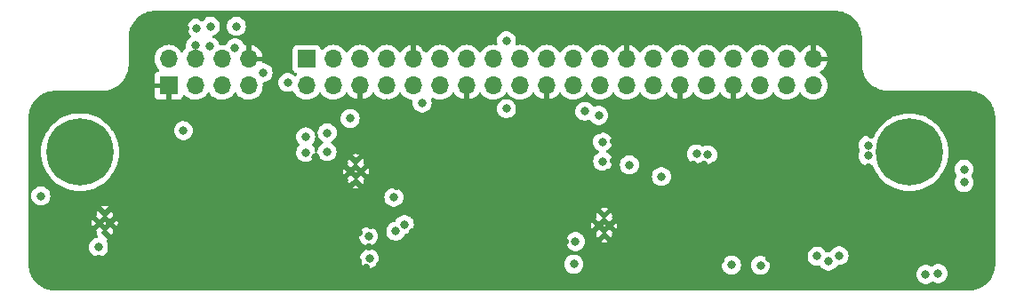
<source format=gbr>
%TF.GenerationSoftware,KiCad,Pcbnew,7.0.8*%
%TF.CreationDate,2024-02-06T22:23:07+01:00*%
%TF.ProjectId,HatV3,48617456-332e-46b6-9963-61645f706362,V2*%
%TF.SameCoordinates,Original*%
%TF.FileFunction,Copper,L3,Inr*%
%TF.FilePolarity,Positive*%
%FSLAX46Y46*%
G04 Gerber Fmt 4.6, Leading zero omitted, Abs format (unit mm)*
G04 Created by KiCad (PCBNEW 7.0.8) date 2024-02-06 22:23:07*
%MOMM*%
%LPD*%
G01*
G04 APERTURE LIST*
%TA.AperFunction,ComponentPad*%
%ADD10R,1.700000X1.700000*%
%TD*%
%TA.AperFunction,ComponentPad*%
%ADD11O,1.700000X1.700000*%
%TD*%
%TA.AperFunction,ComponentPad*%
%ADD12C,0.500000*%
%TD*%
%TA.AperFunction,ComponentPad*%
%ADD13C,0.800000*%
%TD*%
%TA.AperFunction,ComponentPad*%
%ADD14C,6.400000*%
%TD*%
%TA.AperFunction,ViaPad*%
%ADD15C,0.800000*%
%TD*%
%TA.AperFunction,ViaPad*%
%ADD16C,0.700000*%
%TD*%
G04 APERTURE END LIST*
D10*
%TO.N,+3V3*%
%TO.C,J5*%
X126970438Y-95045962D03*
D11*
%TO.N,+5V*%
X126970438Y-97585962D03*
%TO.N,/I2C_GP5_DAT*%
X129510438Y-95045962D03*
%TO.N,+5V*%
X129510438Y-97585962D03*
%TO.N,/I2C_GP5_CLK*%
X132050438Y-95045962D03*
%TO.N,GND*%
X132050438Y-97585962D03*
%TO.N,/MCLK05*%
X134590438Y-95045962D03*
%TO.N,/UART1_TX*%
X134590438Y-97585962D03*
%TO.N,GND*%
X137130438Y-95045962D03*
%TO.N,/UART1_RX*%
X137130438Y-97585962D03*
%TO.N,/UART1_RTS*%
X139670438Y-95045962D03*
%TO.N,/I2S2_CLK*%
X139670438Y-97585962D03*
%TO.N,/PWM01*%
X142210438Y-95045962D03*
%TO.N,GND*%
X142210438Y-97585962D03*
%TO.N,/GPIO27_PWM2*%
X144750438Y-95045962D03*
%TO.N,/GPIO8_AO_DMIC_IN_DAT*%
X144750438Y-97585962D03*
%TO.N,+3V3*%
X147290438Y-95045962D03*
%TO.N,/GPIO35_PWM3*%
X147290438Y-97585962D03*
%TO.N,/SPI1_MOSI*%
X149830438Y-95045962D03*
%TO.N,GND*%
X149830438Y-97585962D03*
%TO.N,/SPI1_MISO*%
X152370438Y-95045962D03*
%TO.N,/GPIO17_40HEADER*%
X152370438Y-97585962D03*
%TO.N,/SPI1_SCK*%
X154910438Y-95045962D03*
%TO.N,/SPI1_CS0*%
X154910438Y-97585962D03*
%TO.N,GND*%
X157450438Y-95045962D03*
%TO.N,/SPI1_CS1*%
X157450438Y-97585962D03*
%TO.N,/I2C_GP2_DAT*%
X159990438Y-95045962D03*
%TO.N,/I2C_GP2_CLK*%
X159990438Y-97585962D03*
%TO.N,/CAN0_DIN*%
X162530438Y-95045962D03*
%TO.N,GND*%
X162530438Y-97585962D03*
%TO.N,/CAN0_DOUT*%
X165070438Y-95045962D03*
%TO.N,/GPIO9_CAN1_GPIO0_DMIC_CLK*%
X165070438Y-97585962D03*
%TO.N,/CAN1_DOUT*%
X167610438Y-95045962D03*
%TO.N,GND*%
X167610438Y-97585962D03*
%TO.N,/I2S_FS*%
X170150438Y-95045962D03*
%TO.N,/UART1_CTS*%
X170150438Y-97585962D03*
%TO.N,/CAN1_DIN*%
X172690438Y-95045962D03*
%TO.N,/I2S_SDIN*%
X172690438Y-97585962D03*
%TO.N,GND*%
X175230438Y-95045962D03*
%TO.N,/I2S_SDOUT*%
X175230438Y-97585962D03*
%TD*%
D12*
%TO.N,GND*%
%TO.C,U1*%
X107226422Y-110681222D03*
X107726422Y-109781222D03*
X107726422Y-111581222D03*
X108226422Y-110681222D03*
%TD*%
%TO.N,GND*%
%TO.C,U7*%
X154803978Y-110903578D03*
X155303978Y-110003578D03*
X155303978Y-111803578D03*
X155803978Y-110903578D03*
%TD*%
D13*
%TO.N,N/C*%
%TO.C,H1*%
X102980438Y-103923800D03*
X103683382Y-102226744D03*
X103683382Y-105620856D03*
X105380438Y-101523800D03*
D14*
X105380438Y-103923800D03*
D13*
X105380438Y-106323800D03*
X107077494Y-102226744D03*
X107077494Y-105620856D03*
X107780438Y-103923800D03*
%TD*%
D12*
%TO.N,GND*%
%TO.C,U3*%
X131160022Y-105755022D03*
X131660022Y-104855022D03*
X131660022Y-106655022D03*
X132160022Y-105755022D03*
%TD*%
D13*
%TO.N,N/C*%
%TO.C,H2*%
X181979438Y-103935962D03*
X182682382Y-102238906D03*
X182682382Y-105633018D03*
X184379438Y-101535962D03*
D14*
X184379438Y-103935962D03*
D13*
X184379438Y-106335962D03*
X186076494Y-102238906D03*
X186076494Y-105633018D03*
X186779438Y-103935962D03*
%TD*%
D10*
%TO.N,GND*%
%TO.C,J6*%
X113818238Y-97585962D03*
D11*
%TO.N,/I2C_GP5_DAT*%
X113818238Y-95045962D03*
%TO.N,/I2C_GP5_CLK*%
X116358238Y-97585962D03*
%TO.N,/PWM01*%
X116358238Y-95045962D03*
%TO.N,/GPIO27_PWM2*%
X118898238Y-97585962D03*
%TO.N,/GPIO35_PWM3*%
X118898238Y-95045962D03*
%TO.N,/GPIO8_AO_DMIC_IN_DAT*%
X121438238Y-97585962D03*
%TO.N,GND*%
X121438238Y-95045962D03*
%TD*%
D15*
%TO.N,+5V*%
X135280400Y-108229400D03*
X152425400Y-114597500D03*
X107137200Y-112979200D03*
D16*
%TO.N,GND*%
X143459200Y-107731300D03*
X116535200Y-105105200D03*
D15*
X127787400Y-104419400D03*
X109067600Y-99085400D03*
D16*
X132918200Y-112953800D03*
X162128200Y-106959400D03*
X139217400Y-99212400D03*
D15*
X157361254Y-114597500D03*
D16*
X163068000Y-108864400D03*
X114655600Y-105765600D03*
X142265400Y-101574600D03*
X166395400Y-114198400D03*
X134391400Y-107213400D03*
X129743200Y-108966000D03*
X153847800Y-101904800D03*
X115595400Y-105105200D03*
D15*
X147828000Y-101295200D03*
D16*
X180441600Y-105308400D03*
X129768600Y-110007400D03*
X119202200Y-106070400D03*
X175107600Y-102082600D03*
X128346200Y-114757200D03*
X171907200Y-109829600D03*
X122809000Y-111912400D03*
X167563800Y-108458000D03*
D15*
X149453600Y-100076000D03*
D16*
X118338600Y-105968800D03*
X177368200Y-101803200D03*
X124155200Y-108371922D03*
X113614200Y-111683800D03*
X168173400Y-109067600D03*
X177876200Y-109194600D03*
D15*
X111048800Y-97561400D03*
D16*
X102641400Y-107340400D03*
X166928800Y-107899200D03*
D15*
X171297600Y-99364800D03*
D16*
X176301400Y-101828600D03*
X132609926Y-114943815D03*
X152044400Y-100990400D03*
X143154400Y-102158800D03*
D15*
X134086600Y-109000303D03*
D16*
X127787400Y-114020600D03*
X115468400Y-92100400D03*
X127787400Y-101625400D03*
X163093400Y-113233200D03*
X124968000Y-113919000D03*
X116484400Y-114833400D03*
D15*
X191465200Y-103124000D03*
D16*
X124307600Y-105257600D03*
X130962400Y-111556800D03*
X178587400Y-105841800D03*
X163195000Y-110871000D03*
D15*
X189128400Y-115595400D03*
D16*
X151815800Y-107238800D03*
X151587200Y-102362000D03*
D15*
X149656800Y-113741200D03*
D16*
X113334800Y-109575600D03*
D15*
X140995400Y-99085400D03*
D16*
X170357478Y-105079800D03*
X147599400Y-103327200D03*
X176326800Y-107264200D03*
X119024400Y-91973400D03*
X173177200Y-104648000D03*
X131902200Y-114325400D03*
X172059600Y-108381800D03*
X114376200Y-109448600D03*
X142595600Y-108585000D03*
X138506200Y-104622600D03*
X134137400Y-111658400D03*
X176682400Y-106349800D03*
X121031000Y-107950000D03*
X153822400Y-114579400D03*
D15*
X172643800Y-100761800D03*
D16*
X179019200Y-110159800D03*
X114630200Y-106781600D03*
D15*
X142265400Y-110693200D03*
D16*
X137058400Y-111531400D03*
X127787400Y-110185200D03*
X140055600Y-103047800D03*
X125476000Y-105130600D03*
D15*
X158724600Y-93827600D03*
X144297400Y-109829600D03*
D16*
X114858800Y-108534200D03*
X170662600Y-111201200D03*
X121818400Y-111785400D03*
X114528600Y-112090200D03*
X131216400Y-103301800D03*
X177546000Y-105867200D03*
X173964600Y-102793800D03*
X173507400Y-111734600D03*
X142189200Y-109601000D03*
D15*
X191592200Y-105918000D03*
D16*
X119024400Y-107950000D03*
X147574000Y-108026200D03*
D15*
X177190400Y-100279200D03*
D16*
X129007814Y-107290522D03*
X176733200Y-108356400D03*
X126644400Y-105156000D03*
X120904000Y-109626400D03*
X166344600Y-105867200D03*
D15*
X148082000Y-113665000D03*
D16*
X126949200Y-111963200D03*
X166243000Y-112268000D03*
D15*
X112623600Y-100660200D03*
D16*
X130962400Y-114325400D03*
D15*
X160324800Y-109169200D03*
X110896400Y-95046800D03*
X168402000Y-104980878D03*
D16*
X120065800Y-108915200D03*
X152679400Y-102006400D03*
X148818600Y-105181400D03*
X130200400Y-114960400D03*
D15*
X177571400Y-103809800D03*
D16*
X138785600Y-108026200D03*
X139242800Y-103886000D03*
X165735000Y-105130600D03*
X144551400Y-99720400D03*
X117627400Y-114884200D03*
X188112400Y-116484400D03*
X162179000Y-107975400D03*
X174167800Y-104622600D03*
D15*
X113233200Y-92100400D03*
D16*
X137566400Y-104876600D03*
X155702000Y-105867200D03*
D15*
X148132800Y-110744000D03*
D16*
X156210000Y-104775000D03*
X126009400Y-111937800D03*
D15*
X106832400Y-98882200D03*
D16*
X166192200Y-109448600D03*
D15*
X101955600Y-99517200D03*
D16*
X176682400Y-110159800D03*
D15*
X174955200Y-100304600D03*
D16*
X138328400Y-107086400D03*
X161544000Y-109956600D03*
X133934200Y-114681000D03*
X148285200Y-108762800D03*
X137439400Y-106756200D03*
X156210000Y-103911400D03*
X148488400Y-102895400D03*
X114706400Y-107619800D03*
X107137200Y-114020600D03*
X170357478Y-107746800D03*
X131953000Y-111582200D03*
X169849800Y-111683800D03*
X166928800Y-110921800D03*
X169291000Y-105918000D03*
X123291600Y-105740200D03*
X121234200Y-105994200D03*
X177850800Y-111150400D03*
X120167400Y-106019600D03*
X178993800Y-112064800D03*
X163855400Y-111709200D03*
X115773200Y-113766600D03*
X168859200Y-109728000D03*
D15*
X150774400Y-100736400D03*
X190627000Y-114020600D03*
D16*
X122301000Y-105968800D03*
D15*
X141097000Y-114173000D03*
D16*
X123113800Y-107975400D03*
X168376600Y-105867200D03*
X135534400Y-107213400D03*
X118592600Y-114096800D03*
X163830000Y-105079800D03*
X164795200Y-105054400D03*
D15*
X144297400Y-111252000D03*
D16*
X176733200Y-112090200D03*
D15*
X104317800Y-98882200D03*
D16*
X150495000Y-102819200D03*
X171297600Y-110540800D03*
X172262800Y-104876600D03*
X116006543Y-101020543D03*
D15*
X183921400Y-113868200D03*
D16*
X122885200Y-109728000D03*
X151841200Y-108254800D03*
X141173200Y-101549200D03*
X180695600Y-102285800D03*
X179603400Y-105841800D03*
X127889000Y-111937800D03*
X129692400Y-100228400D03*
X178511200Y-101777800D03*
X121869200Y-109702600D03*
X146735800Y-108051600D03*
X153466800Y-106045000D03*
X124129800Y-113284000D03*
X156210000Y-102920800D03*
X122148600Y-107975400D03*
D15*
X149656800Y-112369600D03*
D16*
X152450800Y-106248200D03*
X155879800Y-101930200D03*
D15*
X156286200Y-106883200D03*
D16*
X126009400Y-114020600D03*
X123418600Y-112598200D03*
X170307000Y-105968800D03*
D15*
X148132800Y-112318800D03*
X110667800Y-100634800D03*
D16*
X145643600Y-107924600D03*
X162229800Y-109448600D03*
D15*
X104038400Y-113131600D03*
D16*
X138811000Y-109220000D03*
X116992400Y-91084400D03*
D15*
X141122400Y-112369600D03*
D16*
X169595800Y-109245400D03*
D15*
X111074200Y-92532200D03*
D16*
X167259000Y-105943400D03*
X154838400Y-101904800D03*
X163982400Y-110134400D03*
D15*
X188899800Y-99466400D03*
D16*
X127762000Y-109220000D03*
D15*
X134594600Y-99212400D03*
X138328400Y-93980000D03*
D16*
X123977400Y-110058200D03*
X120065800Y-107924600D03*
X161518600Y-111937800D03*
X170967400Y-114071400D03*
X187528200Y-109423200D03*
X144576800Y-107873800D03*
X162356800Y-112547400D03*
X170205400Y-108585000D03*
X179019200Y-108356400D03*
X151587200Y-112486000D03*
X126847600Y-114020600D03*
X120929400Y-111785400D03*
D15*
X146253200Y-109778800D03*
D16*
X119481600Y-110769400D03*
X129870200Y-111048800D03*
D15*
X165023800Y-101727000D03*
D16*
X117500400Y-105156000D03*
X163728400Y-113919000D03*
X149479000Y-102819200D03*
X154533600Y-106019600D03*
D15*
X149453600Y-101422200D03*
D16*
X115239800Y-112852200D03*
X179781200Y-101803200D03*
X133045200Y-110947200D03*
D15*
X146202400Y-111226600D03*
D16*
X112445800Y-109042200D03*
X162280600Y-105892600D03*
X129235200Y-114960400D03*
X140233400Y-101955600D03*
X129565400Y-108077000D03*
X172821600Y-102819200D03*
X171526200Y-102819200D03*
D15*
X143154400Y-105841800D03*
%TO.N,+3V3*%
X185929396Y-115571396D03*
X189585600Y-105562400D03*
X152577800Y-112445800D03*
X157708600Y-105130600D03*
X175590200Y-113842800D03*
X189585600Y-106807000D03*
X128905000Y-103880700D03*
X128930400Y-102081700D03*
X187121800Y-115493800D03*
%TO.N,/I2C_GP5_CLK*%
X122809000Y-96342200D03*
%TO.N,/UART1_TX*%
X137972800Y-99237800D03*
X136271000Y-110820200D03*
%TO.N,/UART1_RX*%
X135458200Y-111455200D03*
%TO.N,/PWM01*%
X116509800Y-92100400D03*
X116382800Y-93726000D03*
%TO.N,/GPIO27_PWM2*%
X117729000Y-93853000D03*
X117805200Y-91926500D03*
%TO.N,/GPIO8_AO_DMIC_IN_DAT*%
X125171200Y-97282000D03*
%TO.N,/GPIO35_PWM3*%
X120142000Y-93980000D03*
X120272110Y-91926500D03*
%TO.N,/SPI1_MISO*%
X153466800Y-100025200D03*
%TO.N,/GPIO17_40HEADER*%
X165160393Y-104177936D03*
%TO.N,/SPI1_CS0*%
X154787600Y-100419900D03*
%TO.N,/CAN0_DIN*%
X145999200Y-99771200D03*
X101650800Y-108102400D03*
X115229452Y-101869052D03*
%TO.N,/CAN0_DOUT*%
X131114800Y-100711000D03*
X126873000Y-103962200D03*
X126873000Y-102463600D03*
X145999200Y-93299900D03*
%TO.N,/CAN1_DIN*%
X170197927Y-114712516D03*
X167436800Y-114680878D03*
%TO.N,/RS232 to UART/RIN1*%
X177673000Y-113792000D03*
%TO.N,/RS232 to UART/DOUT1*%
X176682400Y-114325400D03*
%TO.N,/CAN BUS SPI/CHS-*%
X180448393Y-104271185D03*
%TO.N,/CAN BUS SPI/CHS+*%
X180448393Y-103271185D03*
%TO.N,/CAN BUS SPI/RDX_SPI*%
X160756600Y-106248200D03*
X164109400Y-104089200D03*
%TO.N,/CAN BUS 0/CH0+*%
X132856422Y-111952222D03*
%TO.N,/CAN BUS 0/CH0-*%
X132958022Y-114060422D03*
%TO.N,/CAN BUS 1/CH1+*%
X155143200Y-102946200D03*
%TO.N,/CAN BUS 1/CH1-*%
X155168600Y-104795700D03*
%TD*%
%TA.AperFunction,Conductor*%
%TO.N,GND*%
G36*
X177319137Y-90449998D02*
G01*
X177352441Y-90451867D01*
X177433003Y-90456392D01*
X177605091Y-90466801D01*
X177611697Y-90467560D01*
X177683307Y-90479727D01*
X177747743Y-90490677D01*
X177840862Y-90507740D01*
X177896627Y-90517960D01*
X177902598Y-90519363D01*
X178039432Y-90558784D01*
X178180250Y-90602665D01*
X178185492Y-90604564D01*
X178318820Y-90659791D01*
X178452009Y-90719734D01*
X178456547Y-90722005D01*
X178529621Y-90762391D01*
X178583822Y-90792347D01*
X178583839Y-90792356D01*
X178708335Y-90867617D01*
X178712139Y-90870111D01*
X178830126Y-90953827D01*
X178832472Y-90955576D01*
X178922361Y-91026000D01*
X178945732Y-91044310D01*
X178948809Y-91046886D01*
X179056830Y-91143418D01*
X179059357Y-91145808D01*
X179160990Y-91247441D01*
X179163380Y-91249968D01*
X179259912Y-91357989D01*
X179262488Y-91361066D01*
X179351211Y-91474312D01*
X179352971Y-91476672D01*
X179436687Y-91594659D01*
X179439181Y-91598463D01*
X179514443Y-91722960D01*
X179584793Y-91850251D01*
X179587068Y-91854798D01*
X179647009Y-91987981D01*
X179702231Y-92121299D01*
X179704144Y-92126583D01*
X179727033Y-92200034D01*
X179748031Y-92267421D01*
X179787432Y-92404190D01*
X179788840Y-92410181D01*
X179816122Y-92559056D01*
X179839235Y-92695083D01*
X179839999Y-92701730D01*
X179850412Y-92873875D01*
X179856802Y-92987663D01*
X179856900Y-92991141D01*
X179856900Y-95672077D01*
X179888845Y-95955605D01*
X179888847Y-95955617D01*
X179888848Y-95955620D01*
X179893024Y-95973915D01*
X179952342Y-96233808D01*
X179952346Y-96233820D01*
X180046583Y-96503132D01*
X180046592Y-96503154D01*
X180170387Y-96760218D01*
X180170391Y-96760224D01*
X180322203Y-97001831D01*
X180500111Y-97224921D01*
X180701879Y-97426689D01*
X180924969Y-97604597D01*
X181044425Y-97679656D01*
X181166581Y-97756412D01*
X181423645Y-97880207D01*
X181423654Y-97880210D01*
X181423661Y-97880214D01*
X181423667Y-97880216D01*
X181692979Y-97974453D01*
X181692991Y-97974457D01*
X181971180Y-98037952D01*
X181971189Y-98037953D01*
X181971194Y-98037954D01*
X182149059Y-98057994D01*
X182254723Y-98069899D01*
X182254726Y-98069900D01*
X182254729Y-98069900D01*
X182397301Y-98069900D01*
X190015660Y-98069900D01*
X190019137Y-98069998D01*
X190052441Y-98071867D01*
X190133003Y-98076392D01*
X190305091Y-98086801D01*
X190311697Y-98087560D01*
X190383307Y-98099727D01*
X190447743Y-98110677D01*
X190540862Y-98127740D01*
X190596627Y-98137960D01*
X190602598Y-98139363D01*
X190739432Y-98178784D01*
X190880250Y-98222665D01*
X190885492Y-98224564D01*
X191018820Y-98279791D01*
X191152009Y-98339734D01*
X191156547Y-98342005D01*
X191210152Y-98371631D01*
X191283822Y-98412347D01*
X191283839Y-98412356D01*
X191408335Y-98487617D01*
X191412138Y-98490110D01*
X191429096Y-98502143D01*
X191530126Y-98573827D01*
X191532472Y-98575576D01*
X191594366Y-98624067D01*
X191645732Y-98664310D01*
X191648809Y-98666886D01*
X191756830Y-98763418D01*
X191759357Y-98765808D01*
X191860990Y-98867441D01*
X191863380Y-98869968D01*
X191959912Y-98977989D01*
X191962488Y-98981066D01*
X192051211Y-99094312D01*
X192052971Y-99096672D01*
X192136687Y-99214659D01*
X192139181Y-99218463D01*
X192214443Y-99342960D01*
X192284793Y-99470251D01*
X192287068Y-99474798D01*
X192347009Y-99607981D01*
X192402231Y-99741299D01*
X192404144Y-99746583D01*
X192424062Y-99810500D01*
X192448031Y-99887421D01*
X192487432Y-100024190D01*
X192488840Y-100030181D01*
X192516122Y-100179056D01*
X192539235Y-100315083D01*
X192539999Y-100321730D01*
X192550412Y-100493875D01*
X192556802Y-100607663D01*
X192556900Y-100611141D01*
X192556900Y-114577658D01*
X192556802Y-114581136D01*
X192550412Y-114694924D01*
X192539999Y-114867068D01*
X192539235Y-114873715D01*
X192516122Y-115009743D01*
X192488840Y-115158617D01*
X192487432Y-115164608D01*
X192448025Y-115301401D01*
X192404144Y-115442215D01*
X192402231Y-115447499D01*
X192347009Y-115580818D01*
X192287068Y-115714000D01*
X192284794Y-115718547D01*
X192214443Y-115845839D01*
X192139181Y-115970336D01*
X192136687Y-115974139D01*
X192052971Y-116092126D01*
X192051211Y-116094486D01*
X191962488Y-116207732D01*
X191959912Y-116210809D01*
X191863380Y-116318830D01*
X191860990Y-116321357D01*
X191759357Y-116422990D01*
X191756830Y-116425380D01*
X191648809Y-116521912D01*
X191645732Y-116524488D01*
X191532486Y-116613211D01*
X191530126Y-116614971D01*
X191412139Y-116698687D01*
X191408336Y-116701181D01*
X191283839Y-116776443D01*
X191156547Y-116846794D01*
X191152000Y-116849068D01*
X191018818Y-116909009D01*
X190885499Y-116964231D01*
X190880215Y-116966144D01*
X190762631Y-117002785D01*
X190739390Y-117010027D01*
X190602608Y-117049432D01*
X190596617Y-117050840D01*
X190447743Y-117078122D01*
X190311715Y-117101235D01*
X190305068Y-117101999D01*
X190132924Y-117112412D01*
X190019136Y-117118802D01*
X190015658Y-117118900D01*
X103024142Y-117118900D01*
X103020665Y-117118802D01*
X102906875Y-117112412D01*
X102734730Y-117101999D01*
X102728083Y-117101235D01*
X102592056Y-117078122D01*
X102443181Y-117050840D01*
X102437190Y-117049432D01*
X102300421Y-117010031D01*
X102233034Y-116989033D01*
X102159583Y-116966144D01*
X102154299Y-116964231D01*
X102020981Y-116909009D01*
X101887798Y-116849068D01*
X101883251Y-116846793D01*
X101755960Y-116776443D01*
X101631463Y-116701181D01*
X101627659Y-116698687D01*
X101509672Y-116614971D01*
X101507312Y-116613211D01*
X101394066Y-116524488D01*
X101390989Y-116521912D01*
X101282968Y-116425380D01*
X101280441Y-116422990D01*
X101178808Y-116321357D01*
X101176418Y-116318830D01*
X101079886Y-116210809D01*
X101077310Y-116207732D01*
X101045154Y-116166688D01*
X100988576Y-116094472D01*
X100986827Y-116092126D01*
X100903111Y-115974139D01*
X100900617Y-115970335D01*
X100825356Y-115845839D01*
X100755005Y-115718547D01*
X100752730Y-115714000D01*
X100692790Y-115580818D01*
X100676719Y-115542020D01*
X100637564Y-115447492D01*
X100635665Y-115442250D01*
X100591775Y-115301401D01*
X100552363Y-115164598D01*
X100550960Y-115158627D01*
X100529071Y-115039181D01*
X100523677Y-115009743D01*
X100508694Y-114921566D01*
X100500560Y-114873697D01*
X100499801Y-114867091D01*
X100489392Y-114695003D01*
X100485026Y-114617267D01*
X100482998Y-114581136D01*
X100482900Y-114577659D01*
X100482900Y-114060422D01*
X132052562Y-114060422D01*
X132072348Y-114248678D01*
X132072349Y-114248681D01*
X132130840Y-114428699D01*
X132130843Y-114428706D01*
X132225489Y-114592638D01*
X132331390Y-114710253D01*
X132352151Y-114733310D01*
X132505287Y-114844570D01*
X132505292Y-114844573D01*
X132678214Y-114921564D01*
X132678219Y-114921566D01*
X132863376Y-114960922D01*
X132863377Y-114960922D01*
X133052666Y-114960922D01*
X133052668Y-114960922D01*
X133237825Y-114921566D01*
X133410752Y-114844573D01*
X133563893Y-114733310D01*
X133686177Y-114597500D01*
X151519940Y-114597500D01*
X151539726Y-114785756D01*
X151540210Y-114787245D01*
X151598218Y-114965777D01*
X151598221Y-114965784D01*
X151692867Y-115129716D01*
X151796428Y-115244732D01*
X151819529Y-115270388D01*
X151972665Y-115381648D01*
X151972670Y-115381651D01*
X152145592Y-115458642D01*
X152145597Y-115458644D01*
X152330754Y-115498000D01*
X152330755Y-115498000D01*
X152520044Y-115498000D01*
X152520046Y-115498000D01*
X152705203Y-115458644D01*
X152878130Y-115381651D01*
X153031271Y-115270388D01*
X153157933Y-115129716D01*
X153252579Y-114965784D01*
X153311074Y-114785756D01*
X153322097Y-114680878D01*
X166531340Y-114680878D01*
X166551126Y-114869134D01*
X166551127Y-114869137D01*
X166609618Y-115049155D01*
X166609621Y-115049162D01*
X166704267Y-115213094D01*
X166787506Y-115305540D01*
X166830929Y-115353766D01*
X166984065Y-115465026D01*
X166984070Y-115465029D01*
X167156992Y-115542020D01*
X167156997Y-115542022D01*
X167342154Y-115581378D01*
X167342155Y-115581378D01*
X167531444Y-115581378D01*
X167531446Y-115581378D01*
X167716603Y-115542022D01*
X167889530Y-115465029D01*
X168042671Y-115353766D01*
X168169333Y-115213094D01*
X168263979Y-115049162D01*
X168322474Y-114869134D01*
X168338935Y-114712516D01*
X169292467Y-114712516D01*
X169312253Y-114900772D01*
X169312254Y-114900775D01*
X169370745Y-115080793D01*
X169370748Y-115080800D01*
X169465394Y-115244732D01*
X169520146Y-115305540D01*
X169592056Y-115385404D01*
X169745192Y-115496664D01*
X169745197Y-115496667D01*
X169918119Y-115573658D01*
X169918124Y-115573660D01*
X170103281Y-115613016D01*
X170103282Y-115613016D01*
X170292571Y-115613016D01*
X170292573Y-115613016D01*
X170477730Y-115573660D01*
X170482815Y-115571396D01*
X185023936Y-115571396D01*
X185043722Y-115759652D01*
X185043723Y-115759655D01*
X185102214Y-115939673D01*
X185102217Y-115939680D01*
X185196863Y-116103612D01*
X185293384Y-116210809D01*
X185323525Y-116244284D01*
X185476661Y-116355544D01*
X185476666Y-116355547D01*
X185649588Y-116432538D01*
X185649593Y-116432540D01*
X185834750Y-116471896D01*
X185834751Y-116471896D01*
X186024040Y-116471896D01*
X186024042Y-116471896D01*
X186209199Y-116432540D01*
X186382126Y-116355547D01*
X186506115Y-116265463D01*
X186571919Y-116241985D01*
X186639972Y-116257810D01*
X186651882Y-116265464D01*
X186669066Y-116277948D01*
X186669070Y-116277951D01*
X186841992Y-116354942D01*
X186841997Y-116354944D01*
X187027154Y-116394300D01*
X187027155Y-116394300D01*
X187216444Y-116394300D01*
X187216446Y-116394300D01*
X187401603Y-116354944D01*
X187574530Y-116277951D01*
X187727671Y-116166688D01*
X187854333Y-116026016D01*
X187948979Y-115862084D01*
X188007474Y-115682056D01*
X188027260Y-115493800D01*
X188007474Y-115305544D01*
X187948979Y-115125516D01*
X187854333Y-114961584D01*
X187727671Y-114820912D01*
X187727670Y-114820911D01*
X187574534Y-114709651D01*
X187574529Y-114709648D01*
X187401607Y-114632657D01*
X187401602Y-114632655D01*
X187255801Y-114601665D01*
X187216446Y-114593300D01*
X187027154Y-114593300D01*
X186994697Y-114600198D01*
X186841997Y-114632655D01*
X186841992Y-114632657D01*
X186669070Y-114709648D01*
X186669066Y-114709650D01*
X186545080Y-114799731D01*
X186479274Y-114823210D01*
X186411220Y-114807384D01*
X186399311Y-114799730D01*
X186382130Y-114787247D01*
X186382125Y-114787244D01*
X186209203Y-114710253D01*
X186209198Y-114710251D01*
X186061708Y-114678902D01*
X186024042Y-114670896D01*
X185834750Y-114670896D01*
X185802293Y-114677794D01*
X185649593Y-114710251D01*
X185649588Y-114710253D01*
X185476666Y-114787244D01*
X185476661Y-114787247D01*
X185323525Y-114898507D01*
X185196862Y-115039181D01*
X185102217Y-115203111D01*
X185102214Y-115203118D01*
X185044206Y-115381651D01*
X185043722Y-115383140D01*
X185023936Y-115571396D01*
X170482815Y-115571396D01*
X170650657Y-115496667D01*
X170803798Y-115385404D01*
X170930460Y-115244732D01*
X171025106Y-115080800D01*
X171083601Y-114900772D01*
X171103387Y-114712516D01*
X171083601Y-114524260D01*
X171025106Y-114344232D01*
X170930460Y-114180300D01*
X170803798Y-114039628D01*
X170760252Y-114007990D01*
X170650661Y-113928367D01*
X170650656Y-113928364D01*
X170477734Y-113851373D01*
X170477729Y-113851371D01*
X170437404Y-113842800D01*
X174684740Y-113842800D01*
X174704526Y-114031056D01*
X174704527Y-114031059D01*
X174763018Y-114211077D01*
X174763021Y-114211084D01*
X174857667Y-114375016D01*
X174963557Y-114492618D01*
X174984329Y-114515688D01*
X175137465Y-114626948D01*
X175137470Y-114626951D01*
X175310392Y-114703942D01*
X175310397Y-114703944D01*
X175495554Y-114743300D01*
X175495555Y-114743300D01*
X175684844Y-114743300D01*
X175684846Y-114743300D01*
X175773992Y-114724351D01*
X175843655Y-114729666D01*
X175899389Y-114771803D01*
X175907157Y-114783641D01*
X175949866Y-114857614D01*
X175949865Y-114857614D01*
X176076529Y-114998288D01*
X176229665Y-115109548D01*
X176229670Y-115109551D01*
X176402592Y-115186542D01*
X176402597Y-115186544D01*
X176587754Y-115225900D01*
X176587755Y-115225900D01*
X176777044Y-115225900D01*
X176777046Y-115225900D01*
X176962203Y-115186544D01*
X177135130Y-115109551D01*
X177288271Y-114998288D01*
X177414933Y-114857616D01*
X177474467Y-114754500D01*
X177525034Y-114706285D01*
X177581854Y-114692500D01*
X177767644Y-114692500D01*
X177767646Y-114692500D01*
X177952803Y-114653144D01*
X178125730Y-114576151D01*
X178278871Y-114464888D01*
X178405533Y-114324216D01*
X178500179Y-114160284D01*
X178558674Y-113980256D01*
X178578460Y-113792000D01*
X178558674Y-113603744D01*
X178500179Y-113423716D01*
X178405533Y-113259784D01*
X178278871Y-113119112D01*
X178278870Y-113119111D01*
X178125734Y-113007851D01*
X178125729Y-113007848D01*
X177952807Y-112930857D01*
X177952802Y-112930855D01*
X177807001Y-112899865D01*
X177767646Y-112891500D01*
X177578354Y-112891500D01*
X177545897Y-112898398D01*
X177393197Y-112930855D01*
X177393192Y-112930857D01*
X177220270Y-113007848D01*
X177220265Y-113007851D01*
X177067129Y-113119111D01*
X176940466Y-113259785D01*
X176880933Y-113362900D01*
X176830366Y-113411115D01*
X176773546Y-113424900D01*
X176587749Y-113424900D01*
X176498608Y-113443847D01*
X176428941Y-113438531D01*
X176373208Y-113396394D01*
X176365447Y-113384566D01*
X176322733Y-113310584D01*
X176196071Y-113169912D01*
X176126151Y-113119112D01*
X176042934Y-113058651D01*
X176042929Y-113058648D01*
X175870007Y-112981657D01*
X175870002Y-112981655D01*
X175724201Y-112950665D01*
X175684846Y-112942300D01*
X175495554Y-112942300D01*
X175463097Y-112949198D01*
X175310397Y-112981655D01*
X175310392Y-112981657D01*
X175137470Y-113058648D01*
X175137465Y-113058651D01*
X174984329Y-113169911D01*
X174857666Y-113310585D01*
X174763021Y-113474515D01*
X174763018Y-113474522D01*
X174721033Y-113603740D01*
X174704526Y-113654544D01*
X174684740Y-113842800D01*
X170437404Y-113842800D01*
X170328879Y-113819733D01*
X170292573Y-113812016D01*
X170103281Y-113812016D01*
X170070824Y-113818914D01*
X169918124Y-113851371D01*
X169918119Y-113851373D01*
X169745197Y-113928364D01*
X169745192Y-113928367D01*
X169592056Y-114039627D01*
X169465393Y-114180301D01*
X169370748Y-114344231D01*
X169370745Y-114344238D01*
X169315038Y-114515688D01*
X169312253Y-114524260D01*
X169292467Y-114712516D01*
X168338935Y-114712516D01*
X168342260Y-114680878D01*
X168322474Y-114492622D01*
X168263979Y-114312594D01*
X168169333Y-114148662D01*
X168042671Y-114007990D01*
X168042670Y-114007989D01*
X167889534Y-113896729D01*
X167889529Y-113896726D01*
X167716607Y-113819735D01*
X167716602Y-113819733D01*
X167570801Y-113788743D01*
X167531446Y-113780378D01*
X167342154Y-113780378D01*
X167309697Y-113787276D01*
X167156997Y-113819733D01*
X167156992Y-113819735D01*
X166984070Y-113896726D01*
X166984065Y-113896729D01*
X166830929Y-114007989D01*
X166704266Y-114148663D01*
X166609621Y-114312593D01*
X166609618Y-114312600D01*
X166560137Y-114464888D01*
X166551126Y-114492622D01*
X166531340Y-114680878D01*
X153322097Y-114680878D01*
X153330860Y-114597500D01*
X153311074Y-114409244D01*
X153252579Y-114229216D01*
X153157933Y-114065284D01*
X153031271Y-113924612D01*
X153031270Y-113924611D01*
X152878134Y-113813351D01*
X152878129Y-113813348D01*
X152705207Y-113736357D01*
X152705202Y-113736355D01*
X152559401Y-113705365D01*
X152520046Y-113697000D01*
X152330754Y-113697000D01*
X152298297Y-113703898D01*
X152145597Y-113736355D01*
X152145592Y-113736357D01*
X151972670Y-113813348D01*
X151972665Y-113813351D01*
X151819529Y-113924611D01*
X151692866Y-114065285D01*
X151598221Y-114229215D01*
X151598218Y-114229222D01*
X151550848Y-114375014D01*
X151539726Y-114409244D01*
X151519940Y-114597500D01*
X133686177Y-114597500D01*
X133690555Y-114592638D01*
X133785201Y-114428706D01*
X133843696Y-114248678D01*
X133863482Y-114060422D01*
X133843696Y-113872166D01*
X133785201Y-113692138D01*
X133690555Y-113528206D01*
X133563893Y-113387534D01*
X133563892Y-113387533D01*
X133410756Y-113276273D01*
X133410751Y-113276270D01*
X133237829Y-113199279D01*
X133237824Y-113199277D01*
X133088113Y-113167456D01*
X133052668Y-113159922D01*
X132863376Y-113159922D01*
X132830919Y-113166820D01*
X132678219Y-113199277D01*
X132678214Y-113199279D01*
X132505292Y-113276270D01*
X132505287Y-113276273D01*
X132352151Y-113387533D01*
X132225488Y-113528207D01*
X132130843Y-113692137D01*
X132130840Y-113692144D01*
X132079104Y-113851372D01*
X132072348Y-113872166D01*
X132052562Y-114060422D01*
X100482900Y-114060422D01*
X100482900Y-112979200D01*
X106231740Y-112979200D01*
X106251526Y-113167456D01*
X106251527Y-113167459D01*
X106310018Y-113347477D01*
X106310021Y-113347484D01*
X106404667Y-113511416D01*
X106419786Y-113528207D01*
X106531329Y-113652088D01*
X106684465Y-113763348D01*
X106684470Y-113763351D01*
X106857392Y-113840342D01*
X106857397Y-113840344D01*
X107042554Y-113879700D01*
X107042555Y-113879700D01*
X107231844Y-113879700D01*
X107231846Y-113879700D01*
X107417003Y-113840344D01*
X107589930Y-113763351D01*
X107743071Y-113652088D01*
X107869733Y-113511416D01*
X107964379Y-113347484D01*
X108022874Y-113167456D01*
X108042660Y-112979200D01*
X108022874Y-112790944D01*
X107964379Y-112610916D01*
X107886291Y-112475664D01*
X107869819Y-112407766D01*
X107892672Y-112341739D01*
X107947593Y-112298548D01*
X107952724Y-112296625D01*
X108053135Y-112261488D01*
X108053136Y-112261488D01*
X107743870Y-111952222D01*
X131950962Y-111952222D01*
X131970748Y-112140478D01*
X131970749Y-112140481D01*
X132029240Y-112320499D01*
X132029243Y-112320506D01*
X132123889Y-112484438D01*
X132237770Y-112610915D01*
X132250551Y-112625110D01*
X132403687Y-112736370D01*
X132403692Y-112736373D01*
X132576614Y-112813364D01*
X132576619Y-112813366D01*
X132761776Y-112852722D01*
X132761777Y-112852722D01*
X132951066Y-112852722D01*
X132951068Y-112852722D01*
X133136225Y-112813366D01*
X133309152Y-112736373D01*
X133462293Y-112625110D01*
X133588955Y-112484438D01*
X133611263Y-112445800D01*
X151672340Y-112445800D01*
X151692126Y-112634056D01*
X151692127Y-112634059D01*
X151750618Y-112814077D01*
X151750621Y-112814084D01*
X151845267Y-112978016D01*
X151971929Y-113118688D01*
X152125065Y-113229948D01*
X152125070Y-113229951D01*
X152297992Y-113306942D01*
X152297997Y-113306944D01*
X152483154Y-113346300D01*
X152483155Y-113346300D01*
X152672444Y-113346300D01*
X152672446Y-113346300D01*
X152857603Y-113306944D01*
X153030530Y-113229951D01*
X153183671Y-113118688D01*
X153310333Y-112978016D01*
X153404979Y-112814084D01*
X153463474Y-112634056D01*
X153479262Y-112483844D01*
X154977263Y-112483844D01*
X155136034Y-112539402D01*
X155303974Y-112558324D01*
X155303982Y-112558324D01*
X155471921Y-112539402D01*
X155630691Y-112483845D01*
X155630692Y-112483844D01*
X155303979Y-112157131D01*
X155303978Y-112157131D01*
X154977263Y-112483844D01*
X153479262Y-112483844D01*
X153483260Y-112445800D01*
X153463474Y-112257544D01*
X153404979Y-112077516D01*
X153310333Y-111913584D01*
X153183671Y-111772912D01*
X153171358Y-111763966D01*
X153030534Y-111661651D01*
X153030529Y-111661648D01*
X152857607Y-111584657D01*
X152857602Y-111584655D01*
X152853786Y-111583844D01*
X154477263Y-111583844D01*
X154477291Y-111583968D01*
X154533759Y-111624469D01*
X154559506Y-111689421D01*
X154559248Y-111714670D01*
X154549232Y-111803572D01*
X154549232Y-111803581D01*
X154568153Y-111971516D01*
X154568154Y-111971521D01*
X154623710Y-112130291D01*
X154917932Y-111836070D01*
X155203978Y-111836070D01*
X155242175Y-111888643D01*
X155288140Y-111903578D01*
X155319816Y-111903578D01*
X155365781Y-111888643D01*
X155403978Y-111836070D01*
X155403978Y-111771086D01*
X155365781Y-111718513D01*
X155319816Y-111703578D01*
X155288140Y-111703578D01*
X155242175Y-111718513D01*
X155203978Y-111771086D01*
X155203978Y-111836070D01*
X154917932Y-111836070D01*
X155150425Y-111603578D01*
X155457531Y-111603578D01*
X155984244Y-112130291D01*
X155984245Y-112130291D01*
X156039802Y-111971521D01*
X156058724Y-111803581D01*
X156058724Y-111803575D01*
X156048707Y-111714672D01*
X156060761Y-111645850D01*
X156108110Y-111594470D01*
X156130683Y-111583881D01*
X156130692Y-111583844D01*
X155803978Y-111257131D01*
X155457531Y-111603578D01*
X155150425Y-111603578D01*
X155150425Y-111603577D01*
X154803979Y-111257131D01*
X154803978Y-111257131D01*
X154477263Y-111583844D01*
X152853786Y-111583844D01*
X152711801Y-111553665D01*
X152672446Y-111545300D01*
X152483154Y-111545300D01*
X152467017Y-111548730D01*
X152297997Y-111584655D01*
X152297992Y-111584657D01*
X152125070Y-111661648D01*
X152125065Y-111661651D01*
X151971929Y-111772911D01*
X151845266Y-111913585D01*
X151750621Y-112077515D01*
X151750618Y-112077522D01*
X151712431Y-112195051D01*
X151692126Y-112257544D01*
X151672340Y-112445800D01*
X133611263Y-112445800D01*
X133683601Y-112320506D01*
X133742096Y-112140478D01*
X133761882Y-111952222D01*
X133742096Y-111763966D01*
X133683601Y-111583938D01*
X133609274Y-111455200D01*
X134552740Y-111455200D01*
X134572526Y-111643456D01*
X134572527Y-111643459D01*
X134631018Y-111823477D01*
X134631021Y-111823484D01*
X134725667Y-111987416D01*
X134806793Y-112077515D01*
X134852329Y-112128088D01*
X135005465Y-112239348D01*
X135005470Y-112239351D01*
X135178392Y-112316342D01*
X135178397Y-112316344D01*
X135363554Y-112355700D01*
X135363555Y-112355700D01*
X135552844Y-112355700D01*
X135552846Y-112355700D01*
X135738003Y-112316344D01*
X135910930Y-112239351D01*
X136064071Y-112128088D01*
X136190733Y-111987416D01*
X136285379Y-111823484D01*
X136293175Y-111799490D01*
X136332609Y-111741815D01*
X136385318Y-111716518D01*
X136550803Y-111681344D01*
X136550807Y-111681342D01*
X136550808Y-111681342D01*
X136635900Y-111643456D01*
X136723730Y-111604351D01*
X136876871Y-111493088D01*
X137003533Y-111352416D01*
X137098179Y-111188484D01*
X137156674Y-111008456D01*
X137167697Y-110903581D01*
X154049232Y-110903581D01*
X154068153Y-111071516D01*
X154068154Y-111071521D01*
X154123710Y-111230292D01*
X154417933Y-110936070D01*
X154703978Y-110936070D01*
X154742175Y-110988643D01*
X154788140Y-111003578D01*
X154819816Y-111003578D01*
X154865781Y-110988643D01*
X154903978Y-110936070D01*
X154903978Y-110903578D01*
X155157531Y-110903578D01*
X155303978Y-111050025D01*
X155417933Y-110936070D01*
X155703978Y-110936070D01*
X155742175Y-110988643D01*
X155788140Y-111003578D01*
X155819816Y-111003578D01*
X155865781Y-110988643D01*
X155903978Y-110936070D01*
X155903978Y-110903579D01*
X156157531Y-110903579D01*
X156484244Y-111230292D01*
X156484245Y-111230291D01*
X156539802Y-111071521D01*
X156558724Y-110903581D01*
X156558724Y-110903574D01*
X156539802Y-110735634D01*
X156484244Y-110576863D01*
X156157531Y-110903577D01*
X156157531Y-110903579D01*
X155903978Y-110903579D01*
X155903978Y-110871086D01*
X155865781Y-110818513D01*
X155819816Y-110803578D01*
X155788140Y-110803578D01*
X155742175Y-110818513D01*
X155703978Y-110871086D01*
X155703978Y-110936070D01*
X155417933Y-110936070D01*
X155450425Y-110903578D01*
X155303978Y-110757131D01*
X155157531Y-110903578D01*
X154903978Y-110903578D01*
X154903978Y-110871086D01*
X154865781Y-110818513D01*
X154819816Y-110803578D01*
X154788140Y-110803578D01*
X154742175Y-110818513D01*
X154703978Y-110871086D01*
X154703978Y-110936070D01*
X154417933Y-110936070D01*
X154450425Y-110903578D01*
X154123710Y-110576863D01*
X154068154Y-110735631D01*
X154068153Y-110735636D01*
X154049232Y-110903574D01*
X154049232Y-110903581D01*
X137167697Y-110903581D01*
X137176460Y-110820200D01*
X137156674Y-110631944D01*
X137098179Y-110451916D01*
X137003533Y-110287984D01*
X136945300Y-110223310D01*
X154477262Y-110223310D01*
X154803977Y-110550025D01*
X155150425Y-110203578D01*
X155457531Y-110203578D01*
X155803978Y-110550025D01*
X155803979Y-110550025D01*
X156130692Y-110223310D01*
X156130663Y-110223185D01*
X156074196Y-110182685D01*
X156048449Y-110117733D01*
X156048707Y-110092482D01*
X156058724Y-110003580D01*
X156058724Y-110003574D01*
X156039802Y-109835634D01*
X155984244Y-109676863D01*
X155457531Y-110203577D01*
X155457531Y-110203578D01*
X155150425Y-110203578D01*
X154982917Y-110036070D01*
X155203978Y-110036070D01*
X155242175Y-110088643D01*
X155288140Y-110103578D01*
X155319816Y-110103578D01*
X155365781Y-110088643D01*
X155403978Y-110036070D01*
X155403978Y-109971086D01*
X155365781Y-109918513D01*
X155319816Y-109903578D01*
X155288140Y-109903578D01*
X155242175Y-109918513D01*
X155203978Y-109971086D01*
X155203978Y-110036070D01*
X154982917Y-110036070D01*
X154623710Y-109676863D01*
X154568154Y-109835631D01*
X154568153Y-109835636D01*
X154549232Y-110003574D01*
X154549232Y-110003582D01*
X154559248Y-110092483D01*
X154547193Y-110161305D01*
X154499844Y-110212684D01*
X154477271Y-110223271D01*
X154477262Y-110223310D01*
X136945300Y-110223310D01*
X136876871Y-110147312D01*
X136836159Y-110117733D01*
X136723734Y-110036051D01*
X136723729Y-110036048D01*
X136550807Y-109959057D01*
X136550802Y-109959055D01*
X136405001Y-109928065D01*
X136365646Y-109919700D01*
X136176354Y-109919700D01*
X136143897Y-109926598D01*
X135991197Y-109959055D01*
X135991192Y-109959057D01*
X135818270Y-110036048D01*
X135818265Y-110036051D01*
X135665129Y-110147311D01*
X135538466Y-110287985D01*
X135443821Y-110451915D01*
X135443819Y-110451919D01*
X135436024Y-110475912D01*
X135396586Y-110533587D01*
X135343874Y-110558883D01*
X135178397Y-110594055D01*
X135178392Y-110594057D01*
X135005470Y-110671048D01*
X135005465Y-110671051D01*
X134852329Y-110782311D01*
X134725666Y-110922985D01*
X134631021Y-111086915D01*
X134631018Y-111086922D01*
X134598019Y-111188484D01*
X134572526Y-111266944D01*
X134552740Y-111455200D01*
X133609274Y-111455200D01*
X133588955Y-111420006D01*
X133462293Y-111279334D01*
X133445240Y-111266944D01*
X133309156Y-111168073D01*
X133309151Y-111168070D01*
X133136229Y-111091079D01*
X133136224Y-111091077D01*
X132990423Y-111060087D01*
X132951068Y-111051722D01*
X132761776Y-111051722D01*
X132729319Y-111058620D01*
X132576619Y-111091077D01*
X132576614Y-111091079D01*
X132403692Y-111168070D01*
X132403687Y-111168073D01*
X132250551Y-111279333D01*
X132123888Y-111420007D01*
X132029243Y-111583937D01*
X132029240Y-111583944D01*
X131975557Y-111749165D01*
X131970748Y-111763966D01*
X131950962Y-111952222D01*
X107743870Y-111952222D01*
X107460550Y-111668902D01*
X107430415Y-111613714D01*
X107626422Y-111613714D01*
X107664619Y-111666287D01*
X107710584Y-111681222D01*
X107742260Y-111681222D01*
X107788225Y-111666287D01*
X107826422Y-111613714D01*
X107826422Y-111548730D01*
X107788225Y-111496157D01*
X107742260Y-111481222D01*
X107710584Y-111481222D01*
X107664619Y-111496157D01*
X107626422Y-111548730D01*
X107626422Y-111613714D01*
X107430415Y-111613714D01*
X107427065Y-111607579D01*
X107432049Y-111537887D01*
X107460550Y-111493539D01*
X107572867Y-111381222D01*
X107879975Y-111381222D01*
X108406688Y-111907935D01*
X108406689Y-111907935D01*
X108462246Y-111749165D01*
X108481168Y-111581225D01*
X108481168Y-111581219D01*
X108471151Y-111492316D01*
X108483205Y-111423494D01*
X108530554Y-111372114D01*
X108553127Y-111361525D01*
X108553136Y-111361488D01*
X108226422Y-111034775D01*
X107879975Y-111381222D01*
X107572867Y-111381222D01*
X107572868Y-111381221D01*
X107226423Y-111034775D01*
X107226422Y-111034775D01*
X106899707Y-111361488D01*
X106899735Y-111361612D01*
X106956203Y-111402113D01*
X106981950Y-111467065D01*
X106981692Y-111492314D01*
X106971676Y-111581216D01*
X106971676Y-111581225D01*
X106990597Y-111749163D01*
X106990599Y-111749171D01*
X107046420Y-111908699D01*
X107049439Y-111914967D01*
X107048006Y-111915656D01*
X107064731Y-111974830D01*
X107044367Y-112041666D01*
X106991101Y-112086882D01*
X106966518Y-112094861D01*
X106857397Y-112118055D01*
X106857392Y-112118057D01*
X106684470Y-112195048D01*
X106684465Y-112195051D01*
X106531329Y-112306311D01*
X106404666Y-112446985D01*
X106310021Y-112610915D01*
X106310018Y-112610922D01*
X106269258Y-112736370D01*
X106251526Y-112790944D01*
X106231740Y-112979200D01*
X100482900Y-112979200D01*
X100482900Y-110681225D01*
X106471676Y-110681225D01*
X106490597Y-110849160D01*
X106490598Y-110849165D01*
X106546154Y-111007936D01*
X106840377Y-110713714D01*
X107126422Y-110713714D01*
X107164619Y-110766287D01*
X107210584Y-110781222D01*
X107242260Y-110781222D01*
X107288225Y-110766287D01*
X107326422Y-110713714D01*
X107326422Y-110681222D01*
X107579975Y-110681222D01*
X107726422Y-110827669D01*
X107840377Y-110713714D01*
X108126422Y-110713714D01*
X108164619Y-110766287D01*
X108210584Y-110781222D01*
X108242260Y-110781222D01*
X108288225Y-110766287D01*
X108326422Y-110713714D01*
X108326422Y-110681223D01*
X108579975Y-110681223D01*
X108906688Y-111007936D01*
X108906689Y-111007935D01*
X108962246Y-110849165D01*
X108981168Y-110681225D01*
X108981168Y-110681218D01*
X108962246Y-110513278D01*
X108906688Y-110354507D01*
X108579975Y-110681221D01*
X108579975Y-110681223D01*
X108326422Y-110681223D01*
X108326422Y-110648730D01*
X108288225Y-110596157D01*
X108242260Y-110581222D01*
X108210584Y-110581222D01*
X108164619Y-110596157D01*
X108126422Y-110648730D01*
X108126422Y-110713714D01*
X107840377Y-110713714D01*
X107872869Y-110681222D01*
X107726422Y-110534775D01*
X107579975Y-110681222D01*
X107326422Y-110681222D01*
X107326422Y-110648730D01*
X107288225Y-110596157D01*
X107242260Y-110581222D01*
X107210584Y-110581222D01*
X107164619Y-110596157D01*
X107126422Y-110648730D01*
X107126422Y-110713714D01*
X106840377Y-110713714D01*
X106872869Y-110681222D01*
X106546154Y-110354507D01*
X106490598Y-110513275D01*
X106490597Y-110513280D01*
X106471676Y-110681218D01*
X106471676Y-110681225D01*
X100482900Y-110681225D01*
X100482900Y-110000954D01*
X106899706Y-110000954D01*
X107226421Y-110327669D01*
X107572869Y-109981222D01*
X107879975Y-109981222D01*
X108226422Y-110327669D01*
X108226423Y-110327669D01*
X108553136Y-110000954D01*
X108553107Y-110000829D01*
X108496640Y-109960329D01*
X108470893Y-109895377D01*
X108471151Y-109870126D01*
X108481168Y-109781224D01*
X108481168Y-109781218D01*
X108462246Y-109613278D01*
X108406688Y-109454507D01*
X107879975Y-109981221D01*
X107879975Y-109981222D01*
X107572869Y-109981222D01*
X107405361Y-109813714D01*
X107626422Y-109813714D01*
X107664619Y-109866287D01*
X107710584Y-109881222D01*
X107742260Y-109881222D01*
X107788225Y-109866287D01*
X107826422Y-109813714D01*
X107826422Y-109748730D01*
X107788225Y-109696157D01*
X107742260Y-109681222D01*
X107710584Y-109681222D01*
X107664619Y-109696157D01*
X107626422Y-109748730D01*
X107626422Y-109813714D01*
X107405361Y-109813714D01*
X107046154Y-109454507D01*
X106990598Y-109613275D01*
X106990597Y-109613280D01*
X106971676Y-109781218D01*
X106971676Y-109781226D01*
X106981692Y-109870127D01*
X106969637Y-109938949D01*
X106922288Y-109990328D01*
X106899715Y-110000915D01*
X106899706Y-110000954D01*
X100482900Y-110000954D01*
X100482900Y-109100954D01*
X107399707Y-109100954D01*
X107726422Y-109427669D01*
X107726423Y-109427669D01*
X107830781Y-109323310D01*
X154977263Y-109323310D01*
X155303978Y-109650025D01*
X155303979Y-109650025D01*
X155630692Y-109323310D01*
X155471921Y-109267754D01*
X155471916Y-109267753D01*
X155303982Y-109248832D01*
X155303974Y-109248832D01*
X155136036Y-109267753D01*
X155136031Y-109267754D01*
X154977263Y-109323310D01*
X107830781Y-109323310D01*
X108053136Y-109100954D01*
X107894365Y-109045398D01*
X107894360Y-109045397D01*
X107726426Y-109026476D01*
X107726418Y-109026476D01*
X107558480Y-109045397D01*
X107558475Y-109045398D01*
X107399707Y-109100954D01*
X100482900Y-109100954D01*
X100482900Y-108102400D01*
X100745340Y-108102400D01*
X100765126Y-108290656D01*
X100765127Y-108290659D01*
X100823618Y-108470677D01*
X100823621Y-108470684D01*
X100918267Y-108634616D01*
X101032617Y-108761614D01*
X101044929Y-108775288D01*
X101198065Y-108886548D01*
X101198070Y-108886551D01*
X101370992Y-108963542D01*
X101370997Y-108963544D01*
X101556154Y-109002900D01*
X101556155Y-109002900D01*
X101745444Y-109002900D01*
X101745446Y-109002900D01*
X101930603Y-108963544D01*
X102103530Y-108886551D01*
X102256671Y-108775288D01*
X102383333Y-108634616D01*
X102477979Y-108470684D01*
X102536474Y-108290656D01*
X102542912Y-108229400D01*
X134374940Y-108229400D01*
X134394726Y-108417656D01*
X134394727Y-108417659D01*
X134453218Y-108597677D01*
X134453221Y-108597684D01*
X134547867Y-108761616D01*
X134660357Y-108886548D01*
X134674529Y-108902288D01*
X134827665Y-109013548D01*
X134827670Y-109013551D01*
X135000592Y-109090542D01*
X135000597Y-109090544D01*
X135185754Y-109129900D01*
X135185755Y-109129900D01*
X135375044Y-109129900D01*
X135375046Y-109129900D01*
X135560203Y-109090544D01*
X135733130Y-109013551D01*
X135886271Y-108902288D01*
X136012933Y-108761616D01*
X136107579Y-108597684D01*
X136166074Y-108417656D01*
X136185860Y-108229400D01*
X136166074Y-108041144D01*
X136107579Y-107861116D01*
X136012933Y-107697184D01*
X135886271Y-107556512D01*
X135886270Y-107556511D01*
X135733134Y-107445251D01*
X135733129Y-107445248D01*
X135560207Y-107368257D01*
X135560202Y-107368255D01*
X135405099Y-107335288D01*
X135375046Y-107328900D01*
X135185754Y-107328900D01*
X135155701Y-107335288D01*
X135000597Y-107368255D01*
X135000592Y-107368257D01*
X134827670Y-107445248D01*
X134827665Y-107445251D01*
X134674529Y-107556511D01*
X134547866Y-107697185D01*
X134453221Y-107861115D01*
X134453218Y-107861122D01*
X134394727Y-108041140D01*
X134394726Y-108041144D01*
X134374940Y-108229400D01*
X102542912Y-108229400D01*
X102556260Y-108102400D01*
X102536474Y-107914144D01*
X102477979Y-107734116D01*
X102383333Y-107570184D01*
X102256671Y-107429512D01*
X102203452Y-107390846D01*
X102103534Y-107318251D01*
X102103529Y-107318248D01*
X101930607Y-107241257D01*
X101930602Y-107241255D01*
X101784801Y-107210265D01*
X101745446Y-107201900D01*
X101556154Y-107201900D01*
X101523697Y-107208798D01*
X101370997Y-107241255D01*
X101370992Y-107241257D01*
X101198070Y-107318248D01*
X101198065Y-107318251D01*
X101044929Y-107429511D01*
X100918266Y-107570185D01*
X100823621Y-107734115D01*
X100823618Y-107734122D01*
X100765127Y-107914140D01*
X100765126Y-107914144D01*
X100745340Y-108102400D01*
X100482900Y-108102400D01*
X100482900Y-103923800D01*
X101674860Y-103923800D01*
X101695160Y-104311139D01*
X101713577Y-104427422D01*
X101755836Y-104694233D01*
X101808160Y-104889511D01*
X101856226Y-105068894D01*
X101995225Y-105430997D01*
X102171315Y-105776593D01*
X102382560Y-106101882D01*
X102598839Y-106368964D01*
X102626657Y-106403316D01*
X102900922Y-106677581D01*
X102996554Y-106755022D01*
X103202355Y-106921677D01*
X103491334Y-107109342D01*
X103527649Y-107132925D01*
X103873244Y-107309014D01*
X104235351Y-107448014D01*
X104610005Y-107548402D01*
X104993100Y-107609078D01*
X105359014Y-107628255D01*
X105380437Y-107629378D01*
X105380438Y-107629378D01*
X105380439Y-107629378D01*
X105400739Y-107628314D01*
X105767776Y-107609078D01*
X106150871Y-107548402D01*
X106525525Y-107448014D01*
X106819186Y-107335288D01*
X131333307Y-107335288D01*
X131492078Y-107390846D01*
X131660018Y-107409768D01*
X131660026Y-107409768D01*
X131827965Y-107390846D01*
X131986735Y-107335289D01*
X131986736Y-107335288D01*
X131660023Y-107008575D01*
X131660022Y-107008575D01*
X131333307Y-107335288D01*
X106819186Y-107335288D01*
X106887632Y-107309014D01*
X107233227Y-107132925D01*
X107558522Y-106921676D01*
X107859954Y-106677581D01*
X108102247Y-106435288D01*
X130833307Y-106435288D01*
X130833335Y-106435412D01*
X130889803Y-106475913D01*
X130915550Y-106540865D01*
X130915292Y-106566114D01*
X130905276Y-106655016D01*
X130905276Y-106655025D01*
X130924197Y-106822960D01*
X130924198Y-106822965D01*
X130979754Y-106981735D01*
X131273976Y-106687514D01*
X131560022Y-106687514D01*
X131598219Y-106740087D01*
X131644184Y-106755022D01*
X131675860Y-106755022D01*
X131721825Y-106740087D01*
X131760022Y-106687514D01*
X131760022Y-106622530D01*
X131721825Y-106569957D01*
X131675860Y-106555022D01*
X131644184Y-106555022D01*
X131598219Y-106569957D01*
X131560022Y-106622530D01*
X131560022Y-106687514D01*
X131273976Y-106687514D01*
X131506469Y-106455022D01*
X131813575Y-106455022D01*
X132340288Y-106981735D01*
X132340289Y-106981735D01*
X132395846Y-106822965D01*
X132414768Y-106655025D01*
X132414768Y-106655019D01*
X132404751Y-106566116D01*
X132416805Y-106497294D01*
X132464154Y-106445914D01*
X132486727Y-106435325D01*
X132486736Y-106435288D01*
X132299647Y-106248200D01*
X159851140Y-106248200D01*
X159870926Y-106436456D01*
X159870927Y-106436459D01*
X159929418Y-106616477D01*
X159929421Y-106616484D01*
X160024067Y-106780416D01*
X160150729Y-106921088D01*
X160303865Y-107032348D01*
X160303870Y-107032351D01*
X160476792Y-107109342D01*
X160476797Y-107109344D01*
X160661954Y-107148700D01*
X160661955Y-107148700D01*
X160851244Y-107148700D01*
X160851246Y-107148700D01*
X161036403Y-107109344D01*
X161209330Y-107032351D01*
X161362471Y-106921088D01*
X161489133Y-106780416D01*
X161583779Y-106616484D01*
X161642274Y-106436456D01*
X161662060Y-106248200D01*
X161642274Y-106059944D01*
X161583779Y-105879916D01*
X161489133Y-105715984D01*
X161362471Y-105575312D01*
X161362470Y-105575311D01*
X161209334Y-105464051D01*
X161209329Y-105464048D01*
X161036407Y-105387057D01*
X161036402Y-105387055D01*
X160890601Y-105356065D01*
X160851246Y-105347700D01*
X160661954Y-105347700D01*
X160629497Y-105354598D01*
X160476797Y-105387055D01*
X160476792Y-105387057D01*
X160303870Y-105464048D01*
X160303865Y-105464051D01*
X160150729Y-105575311D01*
X160024066Y-105715985D01*
X159929421Y-105879915D01*
X159929418Y-105879922D01*
X159880298Y-106031100D01*
X159870926Y-106059944D01*
X159851140Y-106248200D01*
X132299647Y-106248200D01*
X132160022Y-106108575D01*
X131813575Y-106455022D01*
X131506469Y-106455022D01*
X131506469Y-106455021D01*
X131160023Y-106108575D01*
X131160022Y-106108575D01*
X130833307Y-106435288D01*
X108102247Y-106435288D01*
X108134219Y-106403316D01*
X108378314Y-106101884D01*
X108589563Y-105776589D01*
X108600550Y-105755025D01*
X130405276Y-105755025D01*
X130424197Y-105922960D01*
X130424198Y-105922965D01*
X130479754Y-106081736D01*
X130773977Y-105787514D01*
X131060022Y-105787514D01*
X131098219Y-105840087D01*
X131144184Y-105855022D01*
X131175860Y-105855022D01*
X131221825Y-105840087D01*
X131260022Y-105787514D01*
X131260022Y-105755022D01*
X131513575Y-105755022D01*
X131660022Y-105901469D01*
X131773977Y-105787514D01*
X132060022Y-105787514D01*
X132098219Y-105840087D01*
X132144184Y-105855022D01*
X132175860Y-105855022D01*
X132221825Y-105840087D01*
X132260022Y-105787514D01*
X132260022Y-105755023D01*
X132513575Y-105755023D01*
X132840288Y-106081736D01*
X132840289Y-106081735D01*
X132895846Y-105922965D01*
X132914768Y-105755025D01*
X132914768Y-105755018D01*
X132895846Y-105587078D01*
X132840288Y-105428307D01*
X132513575Y-105755021D01*
X132513575Y-105755023D01*
X132260022Y-105755023D01*
X132260022Y-105722530D01*
X132221825Y-105669957D01*
X132175860Y-105655022D01*
X132144184Y-105655022D01*
X132098219Y-105669957D01*
X132060022Y-105722530D01*
X132060022Y-105787514D01*
X131773977Y-105787514D01*
X131806469Y-105755022D01*
X131660022Y-105608575D01*
X131513575Y-105755022D01*
X131260022Y-105755022D01*
X131260022Y-105722530D01*
X131221825Y-105669957D01*
X131175860Y-105655022D01*
X131144184Y-105655022D01*
X131098219Y-105669957D01*
X131060022Y-105722530D01*
X131060022Y-105787514D01*
X130773977Y-105787514D01*
X130806469Y-105755022D01*
X130479754Y-105428307D01*
X130424198Y-105587075D01*
X130424197Y-105587080D01*
X130405276Y-105755018D01*
X130405276Y-105755025D01*
X108600550Y-105755025D01*
X108765652Y-105430994D01*
X108902400Y-105074754D01*
X130833306Y-105074754D01*
X131160021Y-105401469D01*
X131506469Y-105055022D01*
X131813575Y-105055022D01*
X132160022Y-105401469D01*
X132160023Y-105401469D01*
X132486736Y-105074754D01*
X132486707Y-105074629D01*
X132430240Y-105034129D01*
X132404493Y-104969177D01*
X132404751Y-104943926D01*
X132414768Y-104855024D01*
X132414768Y-104855018D01*
X132395846Y-104687078D01*
X132340288Y-104528307D01*
X131813575Y-105055021D01*
X131813575Y-105055022D01*
X131506469Y-105055022D01*
X131338961Y-104887514D01*
X131560022Y-104887514D01*
X131598219Y-104940087D01*
X131644184Y-104955022D01*
X131675860Y-104955022D01*
X131721825Y-104940087D01*
X131760022Y-104887514D01*
X131760022Y-104822530D01*
X131721825Y-104769957D01*
X131675860Y-104755022D01*
X131644184Y-104755022D01*
X131598219Y-104769957D01*
X131560022Y-104822530D01*
X131560022Y-104887514D01*
X131338961Y-104887514D01*
X130979754Y-104528307D01*
X130924198Y-104687075D01*
X130924197Y-104687080D01*
X130905276Y-104855018D01*
X130905276Y-104855026D01*
X130915292Y-104943927D01*
X130903237Y-105012749D01*
X130855888Y-105064128D01*
X130833315Y-105074715D01*
X130833306Y-105074754D01*
X108902400Y-105074754D01*
X108904652Y-105068887D01*
X109005040Y-104694233D01*
X109065716Y-104311138D01*
X109084003Y-103962200D01*
X125967540Y-103962200D01*
X125987326Y-104150456D01*
X125987327Y-104150459D01*
X126045818Y-104330477D01*
X126045821Y-104330484D01*
X126140467Y-104494416D01*
X126242235Y-104607440D01*
X126267129Y-104635088D01*
X126420265Y-104746348D01*
X126420270Y-104746351D01*
X126593192Y-104823342D01*
X126593197Y-104823344D01*
X126778354Y-104862700D01*
X126778355Y-104862700D01*
X126967644Y-104862700D01*
X126967646Y-104862700D01*
X127152803Y-104823344D01*
X127325730Y-104746351D01*
X127478871Y-104635088D01*
X127605533Y-104494416D01*
X127700179Y-104330484D01*
X127758674Y-104150456D01*
X127769962Y-104043046D01*
X127796545Y-103978436D01*
X127853842Y-103938450D01*
X127923661Y-103935790D01*
X127983835Y-103971299D01*
X128015259Y-104033703D01*
X128016602Y-104043046D01*
X128019325Y-104068954D01*
X128019326Y-104068957D01*
X128077818Y-104248977D01*
X128077821Y-104248984D01*
X128172467Y-104412916D01*
X128245850Y-104494416D01*
X128299129Y-104553588D01*
X128452265Y-104664848D01*
X128452270Y-104664851D01*
X128625192Y-104741842D01*
X128625197Y-104741844D01*
X128810354Y-104781200D01*
X128810355Y-104781200D01*
X128999644Y-104781200D01*
X128999646Y-104781200D01*
X129184803Y-104741844D01*
X129357730Y-104664851D01*
X129510871Y-104553588D01*
X129637533Y-104412916D01*
X129732179Y-104248984D01*
X129756298Y-104174754D01*
X131333307Y-104174754D01*
X131660022Y-104501469D01*
X131660023Y-104501469D01*
X131986736Y-104174754D01*
X131827965Y-104119198D01*
X131827960Y-104119197D01*
X131660026Y-104100276D01*
X131660018Y-104100276D01*
X131492080Y-104119197D01*
X131492075Y-104119198D01*
X131333307Y-104174754D01*
X129756298Y-104174754D01*
X129790674Y-104068956D01*
X129810460Y-103880700D01*
X129790674Y-103692444D01*
X129732179Y-103512416D01*
X129637533Y-103348484D01*
X129510871Y-103207812D01*
X129510870Y-103207811D01*
X129357738Y-103096554D01*
X129357732Y-103096550D01*
X129357730Y-103096549D01*
X129357727Y-103096547D01*
X129353949Y-103094367D01*
X129305731Y-103043803D01*
X129292504Y-102975196D01*
X129304110Y-102946200D01*
X154237740Y-102946200D01*
X154257526Y-103134456D01*
X154257527Y-103134459D01*
X154316018Y-103314477D01*
X154316021Y-103314484D01*
X154410667Y-103478416D01*
X154537329Y-103619088D01*
X154690465Y-103730348D01*
X154690470Y-103730351D01*
X154764530Y-103763325D01*
X154817767Y-103808575D01*
X154838088Y-103875424D01*
X154819043Y-103942648D01*
X154766676Y-103988903D01*
X154764530Y-103989883D01*
X154715870Y-104011549D01*
X154715868Y-104011549D01*
X154715864Y-104011552D01*
X154562729Y-104122811D01*
X154436066Y-104263485D01*
X154341421Y-104427415D01*
X154341418Y-104427422D01*
X154285869Y-104598385D01*
X154282926Y-104607444D01*
X154263140Y-104795700D01*
X154282926Y-104983956D01*
X154282927Y-104983959D01*
X154341418Y-105163977D01*
X154341421Y-105163984D01*
X154436067Y-105327916D01*
X154489318Y-105387057D01*
X154562729Y-105468588D01*
X154715865Y-105579848D01*
X154715870Y-105579851D01*
X154888792Y-105656842D01*
X154888797Y-105656844D01*
X155073954Y-105696200D01*
X155073955Y-105696200D01*
X155263244Y-105696200D01*
X155263246Y-105696200D01*
X155448403Y-105656844D01*
X155621330Y-105579851D01*
X155774471Y-105468588D01*
X155901133Y-105327916D01*
X155995779Y-105163984D01*
X156006626Y-105130600D01*
X156803140Y-105130600D01*
X156822926Y-105318856D01*
X156822927Y-105318859D01*
X156881418Y-105498877D01*
X156881421Y-105498884D01*
X156976067Y-105662816D01*
X157059089Y-105755021D01*
X157102729Y-105803488D01*
X157255865Y-105914748D01*
X157255870Y-105914751D01*
X157428792Y-105991742D01*
X157428797Y-105991744D01*
X157613954Y-106031100D01*
X157613955Y-106031100D01*
X157803244Y-106031100D01*
X157803246Y-106031100D01*
X157988403Y-105991744D01*
X158161330Y-105914751D01*
X158314471Y-105803488D01*
X158441133Y-105662816D01*
X158535779Y-105498884D01*
X158594274Y-105318856D01*
X158614060Y-105130600D01*
X158594274Y-104942344D01*
X158535779Y-104762316D01*
X158441133Y-104598384D01*
X158314471Y-104457712D01*
X158314470Y-104457711D01*
X158161334Y-104346451D01*
X158161329Y-104346448D01*
X157988407Y-104269457D01*
X157988402Y-104269455D01*
X157842601Y-104238465D01*
X157803246Y-104230100D01*
X157613954Y-104230100D01*
X157581497Y-104236998D01*
X157428797Y-104269455D01*
X157428792Y-104269457D01*
X157255870Y-104346448D01*
X157255865Y-104346451D01*
X157102729Y-104457711D01*
X156976066Y-104598385D01*
X156881421Y-104762315D01*
X156881418Y-104762322D01*
X156833769Y-104908972D01*
X156822926Y-104942344D01*
X156803140Y-105130600D01*
X156006626Y-105130600D01*
X156054274Y-104983956D01*
X156074060Y-104795700D01*
X156054274Y-104607444D01*
X155995779Y-104427416D01*
X155901133Y-104263484D01*
X155774471Y-104122812D01*
X155769497Y-104119198D01*
X155728208Y-104089200D01*
X163203940Y-104089200D01*
X163223726Y-104277456D01*
X163223727Y-104277459D01*
X163282218Y-104457477D01*
X163282221Y-104457484D01*
X163376867Y-104621416D01*
X163485299Y-104741842D01*
X163503529Y-104762088D01*
X163656665Y-104873348D01*
X163656670Y-104873351D01*
X163829592Y-104950342D01*
X163829597Y-104950344D01*
X164014754Y-104989700D01*
X164014755Y-104989700D01*
X164204044Y-104989700D01*
X164204046Y-104989700D01*
X164389203Y-104950344D01*
X164511235Y-104896010D01*
X164580484Y-104886726D01*
X164634554Y-104908970D01*
X164691500Y-104950344D01*
X164707663Y-104962087D01*
X164880585Y-105039078D01*
X164880590Y-105039080D01*
X165065747Y-105078436D01*
X165065748Y-105078436D01*
X165255037Y-105078436D01*
X165255039Y-105078436D01*
X165440196Y-105039080D01*
X165613123Y-104962087D01*
X165766264Y-104850824D01*
X165892926Y-104710152D01*
X165987572Y-104546220D01*
X166046067Y-104366192D01*
X166056052Y-104271185D01*
X179542933Y-104271185D01*
X179562719Y-104459441D01*
X179562720Y-104459444D01*
X179621211Y-104639462D01*
X179621214Y-104639469D01*
X179715860Y-104803401D01*
X179791596Y-104887514D01*
X179842522Y-104944073D01*
X179995658Y-105055333D01*
X179995663Y-105055336D01*
X180168585Y-105132327D01*
X180168590Y-105132329D01*
X180353747Y-105171685D01*
X180353748Y-105171685D01*
X180543037Y-105171685D01*
X180543039Y-105171685D01*
X180728196Y-105132329D01*
X180734116Y-105129692D01*
X180803366Y-105120405D01*
X180866644Y-105150030D01*
X180900321Y-105198532D01*
X180994225Y-105443159D01*
X181170315Y-105788755D01*
X181381560Y-106114044D01*
X181505967Y-106267673D01*
X181625657Y-106415478D01*
X181899922Y-106689743D01*
X181899926Y-106689746D01*
X182201355Y-106933839D01*
X182507921Y-107132925D01*
X182526649Y-107145087D01*
X182872244Y-107321176D01*
X183234351Y-107460176D01*
X183609005Y-107560564D01*
X183992100Y-107621240D01*
X184358014Y-107640417D01*
X184379437Y-107641540D01*
X184379438Y-107641540D01*
X184379439Y-107641540D01*
X184399739Y-107640476D01*
X184766776Y-107621240D01*
X185149871Y-107560564D01*
X185524525Y-107460176D01*
X185886632Y-107321176D01*
X186232227Y-107145087D01*
X186557522Y-106933838D01*
X186714154Y-106807000D01*
X188680140Y-106807000D01*
X188699926Y-106995256D01*
X188699927Y-106995259D01*
X188758418Y-107175277D01*
X188758421Y-107175284D01*
X188853067Y-107339216D01*
X188961980Y-107460176D01*
X188979729Y-107479888D01*
X189132865Y-107591148D01*
X189132870Y-107591151D01*
X189305792Y-107668142D01*
X189305797Y-107668144D01*
X189490954Y-107707500D01*
X189490955Y-107707500D01*
X189680244Y-107707500D01*
X189680246Y-107707500D01*
X189865403Y-107668144D01*
X190038330Y-107591151D01*
X190191471Y-107479888D01*
X190318133Y-107339216D01*
X190412779Y-107175284D01*
X190471274Y-106995256D01*
X190491060Y-106807000D01*
X190471274Y-106618744D01*
X190412779Y-106438716D01*
X190318133Y-106274784D01*
X190311729Y-106267672D01*
X190281500Y-106204682D01*
X190290124Y-106135347D01*
X190311730Y-106101727D01*
X190318133Y-106094616D01*
X190412779Y-105930684D01*
X190471274Y-105750656D01*
X190491060Y-105562400D01*
X190471274Y-105374144D01*
X190412779Y-105194116D01*
X190318133Y-105030184D01*
X190191471Y-104889512D01*
X190188721Y-104887514D01*
X190038334Y-104778251D01*
X190038329Y-104778248D01*
X189865407Y-104701257D01*
X189865402Y-104701255D01*
X189694115Y-104664848D01*
X189680246Y-104661900D01*
X189490954Y-104661900D01*
X189477085Y-104664848D01*
X189305797Y-104701255D01*
X189305792Y-104701257D01*
X189132870Y-104778248D01*
X189132865Y-104778251D01*
X188979729Y-104889511D01*
X188853066Y-105030185D01*
X188758421Y-105194115D01*
X188758418Y-105194122D01*
X188717890Y-105318856D01*
X188699926Y-105374144D01*
X188680140Y-105562400D01*
X188699926Y-105750656D01*
X188699927Y-105750659D01*
X188758418Y-105930677D01*
X188758421Y-105930684D01*
X188853067Y-106094616D01*
X188857429Y-106099461D01*
X188859473Y-106101731D01*
X188889700Y-106164723D01*
X188881073Y-106234058D01*
X188859473Y-106267669D01*
X188853066Y-106274785D01*
X188758421Y-106438715D01*
X188758418Y-106438722D01*
X188700660Y-106616484D01*
X188699926Y-106618744D01*
X188680140Y-106807000D01*
X186714154Y-106807000D01*
X186858954Y-106689743D01*
X187133219Y-106415478D01*
X187377314Y-106114046D01*
X187588563Y-105788751D01*
X187764652Y-105443156D01*
X187903652Y-105081049D01*
X188004040Y-104706395D01*
X188064716Y-104323300D01*
X188085016Y-103935962D01*
X188064716Y-103548624D01*
X188004040Y-103165529D01*
X187903652Y-102790875D01*
X187764652Y-102428768D01*
X187588563Y-102083173D01*
X187588560Y-102083168D01*
X187377315Y-101757879D01*
X187219586Y-101563100D01*
X187133219Y-101456446D01*
X186858954Y-101182181D01*
X186643744Y-101007907D01*
X186557520Y-100938084D01*
X186232231Y-100726839D01*
X185886635Y-100550749D01*
X185524532Y-100411750D01*
X185479143Y-100399588D01*
X185149871Y-100311360D01*
X185149867Y-100311359D01*
X185149866Y-100311359D01*
X184766777Y-100250684D01*
X184379439Y-100230384D01*
X184379437Y-100230384D01*
X183992098Y-100250684D01*
X183609010Y-100311359D01*
X183609008Y-100311359D01*
X183234343Y-100411750D01*
X182872240Y-100550749D01*
X182526644Y-100726839D01*
X182201355Y-100938084D01*
X181899926Y-101182177D01*
X181899918Y-101182184D01*
X181625660Y-101456442D01*
X181625653Y-101456450D01*
X181381560Y-101757879D01*
X181170315Y-102083168D01*
X181006232Y-102405200D01*
X180958257Y-102455996D01*
X180890436Y-102472791D01*
X180845311Y-102462184D01*
X180728200Y-102410042D01*
X180728195Y-102410040D01*
X180582394Y-102379050D01*
X180543039Y-102370685D01*
X180353747Y-102370685D01*
X180321290Y-102377583D01*
X180168590Y-102410040D01*
X180168585Y-102410042D01*
X179995663Y-102487033D01*
X179995658Y-102487036D01*
X179842522Y-102598296D01*
X179715859Y-102738970D01*
X179621214Y-102902900D01*
X179621211Y-102902907D01*
X179572747Y-103052066D01*
X179562719Y-103082929D01*
X179542933Y-103271185D01*
X179562719Y-103459441D01*
X179562720Y-103459444D01*
X179621211Y-103639462D01*
X179621213Y-103639466D01*
X179621214Y-103639469D01*
X179624824Y-103645721D01*
X179661465Y-103709186D01*
X179677936Y-103777086D01*
X179661465Y-103833184D01*
X179621213Y-103902903D01*
X179621211Y-103902907D01*
X179567258Y-104068959D01*
X179562719Y-104082929D01*
X179542933Y-104271185D01*
X166056052Y-104271185D01*
X166065853Y-104177936D01*
X166046067Y-103989680D01*
X165987572Y-103809652D01*
X165892926Y-103645720D01*
X165766264Y-103505048D01*
X165766263Y-103505047D01*
X165613127Y-103393787D01*
X165613122Y-103393784D01*
X165440200Y-103316793D01*
X165440195Y-103316791D01*
X165294394Y-103285801D01*
X165255039Y-103277436D01*
X165065747Y-103277436D01*
X165033290Y-103284334D01*
X164880590Y-103316791D01*
X164758556Y-103371125D01*
X164689306Y-103380409D01*
X164635236Y-103358163D01*
X164562134Y-103305051D01*
X164562129Y-103305048D01*
X164389207Y-103228057D01*
X164389202Y-103228055D01*
X164223895Y-103192919D01*
X164204046Y-103188700D01*
X164014754Y-103188700D01*
X163994905Y-103192919D01*
X163829597Y-103228055D01*
X163829592Y-103228057D01*
X163656670Y-103305048D01*
X163656665Y-103305051D01*
X163503529Y-103416311D01*
X163376866Y-103556985D01*
X163282221Y-103720915D01*
X163282218Y-103720922D01*
X163225592Y-103895200D01*
X163223726Y-103900944D01*
X163203940Y-104089200D01*
X155728208Y-104089200D01*
X155621334Y-104011551D01*
X155621332Y-104011550D01*
X155547268Y-103978574D01*
X155494032Y-103933323D01*
X155473711Y-103866474D01*
X155492757Y-103799251D01*
X155545123Y-103752996D01*
X155547176Y-103752057D01*
X155595930Y-103730351D01*
X155749071Y-103619088D01*
X155875733Y-103478416D01*
X155970379Y-103314484D01*
X156028874Y-103134456D01*
X156048660Y-102946200D01*
X156028874Y-102757944D01*
X155970379Y-102577916D01*
X155875733Y-102413984D01*
X155749071Y-102273312D01*
X155744452Y-102269956D01*
X155595934Y-102162051D01*
X155595929Y-102162048D01*
X155423007Y-102085057D01*
X155423002Y-102085055D01*
X155277201Y-102054065D01*
X155237846Y-102045700D01*
X155048554Y-102045700D01*
X155016097Y-102052598D01*
X154863397Y-102085055D01*
X154863392Y-102085057D01*
X154690470Y-102162048D01*
X154690465Y-102162051D01*
X154537329Y-102273311D01*
X154410666Y-102413985D01*
X154316021Y-102577915D01*
X154316018Y-102577922D01*
X154266542Y-102730196D01*
X154257526Y-102757944D01*
X154237740Y-102946200D01*
X129304110Y-102946200D01*
X129318468Y-102910330D01*
X129365505Y-102873698D01*
X129383130Y-102865851D01*
X129536271Y-102754588D01*
X129662933Y-102613916D01*
X129757579Y-102449984D01*
X129816074Y-102269956D01*
X129835860Y-102081700D01*
X129816074Y-101893444D01*
X129757579Y-101713416D01*
X129662933Y-101549484D01*
X129536271Y-101408812D01*
X129437206Y-101336837D01*
X129383134Y-101297551D01*
X129383129Y-101297548D01*
X129210207Y-101220557D01*
X129210202Y-101220555D01*
X129029675Y-101182184D01*
X129025046Y-101181200D01*
X128835754Y-101181200D01*
X128831125Y-101182184D01*
X128650597Y-101220555D01*
X128650592Y-101220557D01*
X128477670Y-101297548D01*
X128477665Y-101297551D01*
X128324529Y-101408811D01*
X128197866Y-101549485D01*
X128103221Y-101713415D01*
X128103218Y-101713422D01*
X128052651Y-101869052D01*
X128044726Y-101893444D01*
X128024940Y-102081700D01*
X128044726Y-102269956D01*
X128044727Y-102269959D01*
X128103218Y-102449977D01*
X128103221Y-102449984D01*
X128197867Y-102613916D01*
X128324529Y-102754588D01*
X128477670Y-102865851D01*
X128477680Y-102865855D01*
X128481446Y-102868030D01*
X128529666Y-102918593D01*
X128542896Y-102987198D01*
X128516934Y-103052066D01*
X128469897Y-103088700D01*
X128452270Y-103096548D01*
X128452265Y-103096551D01*
X128299129Y-103207811D01*
X128172466Y-103348485D01*
X128077821Y-103512415D01*
X128077818Y-103512422D01*
X128034507Y-103645721D01*
X128019326Y-103692444D01*
X128008037Y-103799851D01*
X127981453Y-103864464D01*
X127924156Y-103904449D01*
X127854337Y-103907109D01*
X127794163Y-103871600D01*
X127762740Y-103809195D01*
X127761398Y-103799865D01*
X127758674Y-103773944D01*
X127700179Y-103593916D01*
X127605533Y-103429984D01*
X127484775Y-103295869D01*
X127454547Y-103232881D01*
X127463172Y-103163546D01*
X127484773Y-103129933D01*
X127605533Y-102995816D01*
X127700179Y-102831884D01*
X127758674Y-102651856D01*
X127778460Y-102463600D01*
X127758674Y-102275344D01*
X127700179Y-102095316D01*
X127605533Y-101931384D01*
X127478871Y-101790712D01*
X127478870Y-101790711D01*
X127325734Y-101679451D01*
X127325729Y-101679448D01*
X127152807Y-101602457D01*
X127152802Y-101602455D01*
X127007001Y-101571465D01*
X126967646Y-101563100D01*
X126778354Y-101563100D01*
X126745897Y-101569998D01*
X126593197Y-101602455D01*
X126593192Y-101602457D01*
X126420270Y-101679448D01*
X126420265Y-101679451D01*
X126267129Y-101790711D01*
X126140466Y-101931385D01*
X126045821Y-102095315D01*
X126045818Y-102095322D01*
X125987986Y-102273312D01*
X125987326Y-102275344D01*
X125967540Y-102463600D01*
X125987326Y-102651856D01*
X125987327Y-102651859D01*
X126045818Y-102831877D01*
X126045821Y-102831884D01*
X126140467Y-102995816D01*
X126161843Y-103019556D01*
X126261222Y-103129928D01*
X126291452Y-103192919D01*
X126282827Y-103262255D01*
X126261222Y-103295872D01*
X126140466Y-103429985D01*
X126045821Y-103593915D01*
X126045818Y-103593922D01*
X126001491Y-103730348D01*
X125987326Y-103773944D01*
X125967540Y-103962200D01*
X109084003Y-103962200D01*
X109086016Y-103923800D01*
X109065716Y-103536462D01*
X109005040Y-103153367D01*
X108904652Y-102778713D01*
X108765652Y-102416606D01*
X108762307Y-102410042D01*
X108742254Y-102370685D01*
X108589563Y-102071011D01*
X108474247Y-101893440D01*
X108458409Y-101869052D01*
X114323992Y-101869052D01*
X114343778Y-102057308D01*
X114343779Y-102057311D01*
X114402270Y-102237329D01*
X114402273Y-102237336D01*
X114496919Y-102401268D01*
X114574145Y-102487036D01*
X114623581Y-102541940D01*
X114776717Y-102653200D01*
X114776722Y-102653203D01*
X114949644Y-102730194D01*
X114949649Y-102730196D01*
X115134806Y-102769552D01*
X115134807Y-102769552D01*
X115324096Y-102769552D01*
X115324098Y-102769552D01*
X115509255Y-102730196D01*
X115682182Y-102653203D01*
X115835323Y-102541940D01*
X115961985Y-102401268D01*
X116056631Y-102237336D01*
X116115126Y-102057308D01*
X116134912Y-101869052D01*
X116115126Y-101680796D01*
X116056631Y-101500768D01*
X115961985Y-101336836D01*
X115835323Y-101196164D01*
X115835322Y-101196163D01*
X115682186Y-101084903D01*
X115682181Y-101084900D01*
X115509259Y-101007909D01*
X115509254Y-101007907D01*
X115363453Y-100976917D01*
X115324098Y-100968552D01*
X115134806Y-100968552D01*
X115102349Y-100975450D01*
X114949649Y-101007907D01*
X114949644Y-101007909D01*
X114776722Y-101084900D01*
X114776717Y-101084903D01*
X114623581Y-101196163D01*
X114496918Y-101336837D01*
X114402273Y-101500767D01*
X114402270Y-101500774D01*
X114344215Y-101679451D01*
X114343778Y-101680796D01*
X114323992Y-101869052D01*
X108458409Y-101869052D01*
X108378315Y-101745717D01*
X108144071Y-101456450D01*
X108134219Y-101444284D01*
X107859954Y-101170019D01*
X107659764Y-101007908D01*
X107558520Y-100925922D01*
X107233231Y-100714677D01*
X107226014Y-100711000D01*
X130209340Y-100711000D01*
X130229126Y-100899256D01*
X130229127Y-100899259D01*
X130287618Y-101079277D01*
X130287621Y-101079284D01*
X130382267Y-101243216D01*
X130416326Y-101281042D01*
X130508929Y-101383888D01*
X130662065Y-101495148D01*
X130662070Y-101495151D01*
X130834992Y-101572142D01*
X130834997Y-101572144D01*
X131020154Y-101611500D01*
X131020155Y-101611500D01*
X131209444Y-101611500D01*
X131209446Y-101611500D01*
X131394603Y-101572144D01*
X131567530Y-101495151D01*
X131720671Y-101383888D01*
X131847333Y-101243216D01*
X131941979Y-101079284D01*
X132000474Y-100899256D01*
X132020260Y-100711000D01*
X132000474Y-100522744D01*
X131941979Y-100342716D01*
X131847333Y-100178784D01*
X131720671Y-100038112D01*
X131709755Y-100030181D01*
X131567534Y-99926851D01*
X131567529Y-99926848D01*
X131394607Y-99849857D01*
X131394602Y-99849855D01*
X131248801Y-99818865D01*
X131209446Y-99810500D01*
X131020154Y-99810500D01*
X130987697Y-99817398D01*
X130834997Y-99849855D01*
X130834992Y-99849857D01*
X130662070Y-99926848D01*
X130662065Y-99926851D01*
X130508929Y-100038111D01*
X130382266Y-100178785D01*
X130287621Y-100342715D01*
X130287618Y-100342722D01*
X130247326Y-100466729D01*
X130229126Y-100522744D01*
X130209340Y-100711000D01*
X107226014Y-100711000D01*
X106887635Y-100538587D01*
X106525532Y-100399588D01*
X106525525Y-100399586D01*
X106150871Y-100299198D01*
X106150867Y-100299197D01*
X106150866Y-100299197D01*
X105767777Y-100238522D01*
X105380439Y-100218222D01*
X105380437Y-100218222D01*
X104993098Y-100238522D01*
X104610010Y-100299197D01*
X104610008Y-100299197D01*
X104235343Y-100399588D01*
X103873240Y-100538587D01*
X103527644Y-100714677D01*
X103202355Y-100925922D01*
X102900926Y-101170015D01*
X102900918Y-101170022D01*
X102626660Y-101444280D01*
X102626653Y-101444288D01*
X102382560Y-101745717D01*
X102171315Y-102071006D01*
X101995225Y-102416602D01*
X101856226Y-102778705D01*
X101755835Y-103153370D01*
X101755835Y-103153372D01*
X101695160Y-103536460D01*
X101674860Y-103923799D01*
X101674860Y-103923800D01*
X100482900Y-103923800D01*
X100482900Y-100611140D01*
X100482998Y-100607663D01*
X100485935Y-100555351D01*
X100489395Y-100493733D01*
X100499801Y-100321704D01*
X100500560Y-100315106D01*
X100517831Y-100213459D01*
X100523677Y-100179056D01*
X100538358Y-100098942D01*
X100550962Y-100030163D01*
X100552361Y-100024210D01*
X100591787Y-99887356D01*
X100635670Y-99746535D01*
X100637558Y-99741321D01*
X100692797Y-99607965D01*
X100752743Y-99474770D01*
X100754999Y-99470261D01*
X100825358Y-99342957D01*
X100900628Y-99218444D01*
X100903093Y-99214686D01*
X100986861Y-99096626D01*
X100988545Y-99094367D01*
X101077332Y-98981038D01*
X101079872Y-98978005D01*
X101176452Y-98869931D01*
X101178773Y-98867477D01*
X101280477Y-98765773D01*
X101282931Y-98763452D01*
X101391005Y-98666872D01*
X101394038Y-98664332D01*
X101507367Y-98575545D01*
X101509626Y-98573861D01*
X101627686Y-98490093D01*
X101631444Y-98487628D01*
X101755961Y-98412356D01*
X101883261Y-98341999D01*
X101887770Y-98339743D01*
X102020965Y-98279797D01*
X102154321Y-98224558D01*
X102159535Y-98222670D01*
X102300356Y-98178787D01*
X102437210Y-98139361D01*
X102443163Y-98137962D01*
X102525724Y-98122832D01*
X102592056Y-98110677D01*
X102640341Y-98102472D01*
X102728106Y-98087560D01*
X102734704Y-98086801D01*
X102906733Y-98076395D01*
X102993182Y-98071540D01*
X103020663Y-98069998D01*
X103024140Y-98069900D01*
X107610074Y-98069900D01*
X107610075Y-98069899D01*
X107760668Y-98052932D01*
X107893605Y-98037954D01*
X107893608Y-98037953D01*
X107893620Y-98037952D01*
X108171809Y-97974457D01*
X108441139Y-97880214D01*
X108563331Y-97821370D01*
X108698218Y-97756412D01*
X108698218Y-97756411D01*
X108698224Y-97756409D01*
X108939831Y-97604597D01*
X109162921Y-97426689D01*
X109364689Y-97224921D01*
X109542597Y-97001831D01*
X109694409Y-96760224D01*
X109716242Y-96714888D01*
X109818207Y-96503154D01*
X109818208Y-96503150D01*
X109818214Y-96503139D01*
X109912457Y-96233809D01*
X109975952Y-95955620D01*
X109980263Y-95917364D01*
X110006134Y-95687743D01*
X110007900Y-95672071D01*
X110007900Y-95529400D01*
X110007900Y-95528900D01*
X110007900Y-95045962D01*
X112462579Y-95045962D01*
X112483174Y-95281365D01*
X112483176Y-95281375D01*
X112544332Y-95509617D01*
X112544334Y-95509621D01*
X112544335Y-95509625D01*
X112624039Y-95680550D01*
X112644203Y-95723792D01*
X112644205Y-95723796D01*
X112704555Y-95809984D01*
X112779742Y-95917362D01*
X112779744Y-95917364D01*
X112902056Y-96039676D01*
X112935541Y-96100999D01*
X112930557Y-96170691D01*
X112888685Y-96226624D01*
X112857709Y-96243539D01*
X112726150Y-96292608D01*
X112726144Y-96292611D01*
X112611050Y-96378771D01*
X112611047Y-96378774D01*
X112524887Y-96493868D01*
X112524883Y-96493875D01*
X112474641Y-96628582D01*
X112474639Y-96628589D01*
X112468238Y-96688117D01*
X112468238Y-97335962D01*
X113384552Y-97335962D01*
X113358745Y-97376118D01*
X113318238Y-97514073D01*
X113318238Y-97657851D01*
X113358745Y-97795806D01*
X113384552Y-97835962D01*
X112468238Y-97835962D01*
X112468238Y-98483806D01*
X112474639Y-98543334D01*
X112474641Y-98543341D01*
X112524883Y-98678048D01*
X112524887Y-98678055D01*
X112611047Y-98793149D01*
X112611050Y-98793152D01*
X112726144Y-98879312D01*
X112726151Y-98879316D01*
X112860858Y-98929558D01*
X112860865Y-98929560D01*
X112920393Y-98935961D01*
X112920410Y-98935962D01*
X113568238Y-98935962D01*
X113568238Y-98021463D01*
X113675923Y-98070642D01*
X113782475Y-98085962D01*
X113854001Y-98085962D01*
X113960553Y-98070642D01*
X114068238Y-98021463D01*
X114068238Y-98935962D01*
X114716066Y-98935962D01*
X114716082Y-98935961D01*
X114775610Y-98929560D01*
X114775617Y-98929558D01*
X114910324Y-98879316D01*
X114910331Y-98879312D01*
X115025425Y-98793152D01*
X115025428Y-98793149D01*
X115111588Y-98678055D01*
X115111592Y-98678048D01*
X115160660Y-98546491D01*
X115202531Y-98490557D01*
X115267995Y-98466140D01*
X115336268Y-98480992D01*
X115364523Y-98502143D01*
X115486837Y-98624457D01*
X115547432Y-98666886D01*
X115680403Y-98759994D01*
X115680405Y-98759995D01*
X115680408Y-98759997D01*
X115894575Y-98859865D01*
X115894581Y-98859866D01*
X115894582Y-98859867D01*
X115930593Y-98869516D01*
X116122830Y-98921025D01*
X116293557Y-98935962D01*
X116358237Y-98941621D01*
X116358238Y-98941621D01*
X116358239Y-98941621D01*
X116422919Y-98935962D01*
X116593646Y-98921025D01*
X116821901Y-98859865D01*
X117036068Y-98759997D01*
X117229639Y-98624457D01*
X117396733Y-98457363D01*
X117526663Y-98271804D01*
X117581240Y-98228179D01*
X117650738Y-98220985D01*
X117713093Y-98252508D01*
X117729813Y-98271804D01*
X117859738Y-98457357D01*
X117859743Y-98457363D01*
X118026837Y-98624457D01*
X118087432Y-98666886D01*
X118220403Y-98759994D01*
X118220405Y-98759995D01*
X118220408Y-98759997D01*
X118434575Y-98859865D01*
X118434581Y-98859866D01*
X118434582Y-98859867D01*
X118470593Y-98869516D01*
X118662830Y-98921025D01*
X118833557Y-98935962D01*
X118898237Y-98941621D01*
X118898238Y-98941621D01*
X118898239Y-98941621D01*
X118962919Y-98935962D01*
X119133646Y-98921025D01*
X119361901Y-98859865D01*
X119576068Y-98759997D01*
X119769639Y-98624457D01*
X119936733Y-98457363D01*
X120066663Y-98271804D01*
X120121240Y-98228179D01*
X120190738Y-98220985D01*
X120253093Y-98252508D01*
X120269813Y-98271804D01*
X120399738Y-98457357D01*
X120399743Y-98457363D01*
X120566837Y-98624457D01*
X120627432Y-98666886D01*
X120760403Y-98759994D01*
X120760405Y-98759995D01*
X120760408Y-98759997D01*
X120974575Y-98859865D01*
X120974581Y-98859866D01*
X120974582Y-98859867D01*
X121010593Y-98869516D01*
X121202830Y-98921025D01*
X121373557Y-98935962D01*
X121438237Y-98941621D01*
X121438238Y-98941621D01*
X121438239Y-98941621D01*
X121502919Y-98935962D01*
X121673646Y-98921025D01*
X121901901Y-98859865D01*
X122116068Y-98759997D01*
X122309639Y-98624457D01*
X122476733Y-98457363D01*
X122612273Y-98263792D01*
X122712141Y-98049625D01*
X122773301Y-97821370D01*
X122793897Y-97585962D01*
X122775659Y-97377507D01*
X122789425Y-97309008D01*
X122815590Y-97282000D01*
X124265740Y-97282000D01*
X124285526Y-97470256D01*
X124285527Y-97470259D01*
X124344018Y-97650277D01*
X124344021Y-97650284D01*
X124438667Y-97814216D01*
X124539671Y-97926392D01*
X124565329Y-97954888D01*
X124718465Y-98066148D01*
X124718470Y-98066151D01*
X124891392Y-98143142D01*
X124891397Y-98143144D01*
X125076554Y-98182500D01*
X125076555Y-98182500D01*
X125265844Y-98182500D01*
X125265846Y-98182500D01*
X125451003Y-98143144D01*
X125579116Y-98086103D01*
X125648363Y-98076818D01*
X125711640Y-98106446D01*
X125741930Y-98146976D01*
X125778112Y-98224567D01*
X125796403Y-98263792D01*
X125796405Y-98263796D01*
X125851168Y-98342005D01*
X125931943Y-98457363D01*
X126099037Y-98624457D01*
X126159632Y-98666886D01*
X126292603Y-98759994D01*
X126292605Y-98759995D01*
X126292608Y-98759997D01*
X126506775Y-98859865D01*
X126506781Y-98859866D01*
X126506782Y-98859867D01*
X126542793Y-98869516D01*
X126735030Y-98921025D01*
X126905757Y-98935962D01*
X126970437Y-98941621D01*
X126970438Y-98941621D01*
X126970439Y-98941621D01*
X127035119Y-98935962D01*
X127205846Y-98921025D01*
X127434101Y-98859865D01*
X127648268Y-98759997D01*
X127841839Y-98624457D01*
X128008933Y-98457363D01*
X128138863Y-98271804D01*
X128193440Y-98228179D01*
X128262938Y-98220985D01*
X128325293Y-98252508D01*
X128342013Y-98271804D01*
X128471938Y-98457357D01*
X128471943Y-98457363D01*
X128639037Y-98624457D01*
X128699632Y-98666886D01*
X128832603Y-98759994D01*
X128832605Y-98759995D01*
X128832608Y-98759997D01*
X129046775Y-98859865D01*
X129046781Y-98859866D01*
X129046782Y-98859867D01*
X129082793Y-98869516D01*
X129275030Y-98921025D01*
X129445757Y-98935962D01*
X129510437Y-98941621D01*
X129510438Y-98941621D01*
X129510439Y-98941621D01*
X129575119Y-98935962D01*
X129745846Y-98921025D01*
X129974101Y-98859865D01*
X130188268Y-98759997D01*
X130381839Y-98624457D01*
X130548933Y-98457363D01*
X130679168Y-98271367D01*
X130733745Y-98227743D01*
X130803243Y-98220549D01*
X130865598Y-98252072D01*
X130882317Y-98271367D01*
X131012328Y-98457040D01*
X131179355Y-98624067D01*
X131372859Y-98759562D01*
X131586945Y-98859391D01*
X131586954Y-98859395D01*
X131800438Y-98916596D01*
X131800438Y-98021463D01*
X131908123Y-98070642D01*
X132014675Y-98085962D01*
X132086201Y-98085962D01*
X132192753Y-98070642D01*
X132300438Y-98021463D01*
X132300438Y-98916596D01*
X132513921Y-98859395D01*
X132513930Y-98859391D01*
X132728016Y-98759562D01*
X132921520Y-98624067D01*
X133088543Y-98457044D01*
X133218557Y-98271367D01*
X133273134Y-98227743D01*
X133342633Y-98220550D01*
X133404987Y-98252072D01*
X133421707Y-98271367D01*
X133551943Y-98457363D01*
X133719037Y-98624457D01*
X133779632Y-98666886D01*
X133912603Y-98759994D01*
X133912605Y-98759995D01*
X133912608Y-98759997D01*
X134126775Y-98859865D01*
X134126781Y-98859866D01*
X134126782Y-98859867D01*
X134162793Y-98869516D01*
X134355030Y-98921025D01*
X134525757Y-98935962D01*
X134590437Y-98941621D01*
X134590438Y-98941621D01*
X134590439Y-98941621D01*
X134655119Y-98935962D01*
X134825846Y-98921025D01*
X135054101Y-98859865D01*
X135268268Y-98759997D01*
X135461839Y-98624457D01*
X135628933Y-98457363D01*
X135758863Y-98271804D01*
X135813440Y-98228179D01*
X135882938Y-98220985D01*
X135945293Y-98252508D01*
X135962013Y-98271804D01*
X136091938Y-98457357D01*
X136091943Y-98457363D01*
X136259037Y-98624457D01*
X136319632Y-98666886D01*
X136452603Y-98759994D01*
X136452605Y-98759995D01*
X136452608Y-98759997D01*
X136666775Y-98859865D01*
X136666781Y-98859866D01*
X136666782Y-98859867D01*
X136702793Y-98869516D01*
X136895030Y-98921025D01*
X136973058Y-98927851D01*
X137038126Y-98953303D01*
X137079104Y-99009894D01*
X137085571Y-99064340D01*
X137075091Y-99164057D01*
X137067340Y-99237800D01*
X137087126Y-99426056D01*
X137087127Y-99426059D01*
X137145618Y-99606077D01*
X137145621Y-99606084D01*
X137240267Y-99770016D01*
X137345979Y-99887421D01*
X137366929Y-99910688D01*
X137520065Y-100021948D01*
X137520070Y-100021951D01*
X137692992Y-100098942D01*
X137692997Y-100098944D01*
X137878154Y-100138300D01*
X137878155Y-100138300D01*
X138067444Y-100138300D01*
X138067446Y-100138300D01*
X138252603Y-100098944D01*
X138425530Y-100021951D01*
X138578671Y-99910688D01*
X138704267Y-99771200D01*
X145093740Y-99771200D01*
X145113526Y-99959456D01*
X145113527Y-99959459D01*
X145172018Y-100139477D01*
X145172021Y-100139484D01*
X145266667Y-100303416D01*
X145347759Y-100393477D01*
X145393329Y-100444088D01*
X145546465Y-100555348D01*
X145546470Y-100555351D01*
X145719392Y-100632342D01*
X145719397Y-100632344D01*
X145904554Y-100671700D01*
X145904555Y-100671700D01*
X146093844Y-100671700D01*
X146093846Y-100671700D01*
X146279003Y-100632344D01*
X146451930Y-100555351D01*
X146605071Y-100444088D01*
X146731733Y-100303416D01*
X146826379Y-100139484D01*
X146863512Y-100025200D01*
X152561340Y-100025200D01*
X152581126Y-100213456D01*
X152581127Y-100213459D01*
X152639618Y-100393477D01*
X152639621Y-100393484D01*
X152734267Y-100557416D01*
X152801731Y-100632342D01*
X152860929Y-100698088D01*
X153014065Y-100809348D01*
X153014070Y-100809351D01*
X153186992Y-100886342D01*
X153186997Y-100886344D01*
X153372154Y-100925700D01*
X153372155Y-100925700D01*
X153561444Y-100925700D01*
X153561446Y-100925700D01*
X153746603Y-100886344D01*
X153859784Y-100835951D01*
X153929032Y-100826666D01*
X153992309Y-100856294D01*
X154017604Y-100887228D01*
X154039816Y-100925700D01*
X154055067Y-100952116D01*
X154181729Y-101092788D01*
X154334865Y-101204048D01*
X154334870Y-101204051D01*
X154507792Y-101281042D01*
X154507797Y-101281044D01*
X154692954Y-101320400D01*
X154692955Y-101320400D01*
X154882244Y-101320400D01*
X154882246Y-101320400D01*
X155067403Y-101281044D01*
X155240330Y-101204051D01*
X155393471Y-101092788D01*
X155520133Y-100952116D01*
X155614779Y-100788184D01*
X155673274Y-100608156D01*
X155693060Y-100419900D01*
X155673274Y-100231644D01*
X155614779Y-100051616D01*
X155520133Y-99887684D01*
X155393471Y-99747012D01*
X155392881Y-99746583D01*
X155240334Y-99635751D01*
X155240329Y-99635748D01*
X155067407Y-99558757D01*
X155067402Y-99558755D01*
X154921601Y-99527765D01*
X154882246Y-99519400D01*
X154692954Y-99519400D01*
X154660497Y-99526298D01*
X154507797Y-99558755D01*
X154507792Y-99558757D01*
X154394617Y-99609147D01*
X154325367Y-99618432D01*
X154262090Y-99588804D01*
X154236794Y-99557868D01*
X154214584Y-99519400D01*
X154199333Y-99492984D01*
X154072671Y-99352312D01*
X154059799Y-99342960D01*
X153919534Y-99241051D01*
X153919529Y-99241048D01*
X153746607Y-99164057D01*
X153746602Y-99164055D01*
X153600801Y-99133065D01*
X153561446Y-99124700D01*
X153372154Y-99124700D01*
X153339697Y-99131598D01*
X153186997Y-99164055D01*
X153186992Y-99164057D01*
X153014070Y-99241048D01*
X153014065Y-99241051D01*
X152860929Y-99352311D01*
X152734266Y-99492985D01*
X152639621Y-99656915D01*
X152639618Y-99656922D01*
X152589718Y-99810500D01*
X152581126Y-99836944D01*
X152561340Y-100025200D01*
X146863512Y-100025200D01*
X146884874Y-99959456D01*
X146904660Y-99771200D01*
X146884874Y-99582944D01*
X146826379Y-99402916D01*
X146731733Y-99238984D01*
X146605071Y-99098312D01*
X146602814Y-99096672D01*
X146451934Y-98987051D01*
X146451929Y-98987048D01*
X146279007Y-98910057D01*
X146279002Y-98910055D01*
X146133201Y-98879065D01*
X146093846Y-98870700D01*
X145904554Y-98870700D01*
X145872097Y-98877598D01*
X145719397Y-98910055D01*
X145719392Y-98910057D01*
X145546470Y-98987048D01*
X145546465Y-98987051D01*
X145393329Y-99098311D01*
X145266666Y-99238985D01*
X145172021Y-99402915D01*
X145172018Y-99402922D01*
X145113527Y-99582940D01*
X145113526Y-99582944D01*
X145093740Y-99771200D01*
X138704267Y-99771200D01*
X138705333Y-99770016D01*
X138799979Y-99606084D01*
X138858474Y-99426056D01*
X138878260Y-99237800D01*
X138858474Y-99049544D01*
X138811518Y-98905032D01*
X138809524Y-98835192D01*
X138845604Y-98775359D01*
X138908305Y-98744531D01*
X138977719Y-98752496D01*
X138991453Y-98759330D01*
X138992601Y-98759992D01*
X138992608Y-98759997D01*
X139206775Y-98859865D01*
X139206781Y-98859866D01*
X139206782Y-98859867D01*
X139242793Y-98869516D01*
X139435030Y-98921025D01*
X139605757Y-98935962D01*
X139670437Y-98941621D01*
X139670438Y-98941621D01*
X139670439Y-98941621D01*
X139735119Y-98935962D01*
X139905846Y-98921025D01*
X140134101Y-98859865D01*
X140348268Y-98759997D01*
X140541839Y-98624457D01*
X140708933Y-98457363D01*
X140839168Y-98271367D01*
X140893745Y-98227743D01*
X140963243Y-98220549D01*
X141025598Y-98252072D01*
X141042317Y-98271367D01*
X141172328Y-98457040D01*
X141339355Y-98624067D01*
X141532859Y-98759562D01*
X141746945Y-98859391D01*
X141746954Y-98859395D01*
X141960438Y-98916596D01*
X141960438Y-98021463D01*
X142068123Y-98070642D01*
X142174675Y-98085962D01*
X142246201Y-98085962D01*
X142352753Y-98070642D01*
X142460438Y-98021463D01*
X142460438Y-98916595D01*
X142673921Y-98859395D01*
X142673930Y-98859391D01*
X142888016Y-98759562D01*
X143081520Y-98624067D01*
X143248543Y-98457044D01*
X143378557Y-98271367D01*
X143433134Y-98227743D01*
X143502633Y-98220550D01*
X143564987Y-98252072D01*
X143581707Y-98271367D01*
X143711943Y-98457363D01*
X143879037Y-98624457D01*
X143939632Y-98666886D01*
X144072603Y-98759994D01*
X144072605Y-98759995D01*
X144072608Y-98759997D01*
X144286775Y-98859865D01*
X144286781Y-98859866D01*
X144286782Y-98859867D01*
X144322793Y-98869516D01*
X144515030Y-98921025D01*
X144685757Y-98935962D01*
X144750437Y-98941621D01*
X144750438Y-98941621D01*
X144750439Y-98941621D01*
X144815119Y-98935962D01*
X144985846Y-98921025D01*
X145214101Y-98859865D01*
X145428268Y-98759997D01*
X145621839Y-98624457D01*
X145788933Y-98457363D01*
X145918863Y-98271804D01*
X145973440Y-98228179D01*
X146042938Y-98220985D01*
X146105293Y-98252508D01*
X146122013Y-98271804D01*
X146251938Y-98457357D01*
X146251943Y-98457363D01*
X146419037Y-98624457D01*
X146479632Y-98666886D01*
X146612603Y-98759994D01*
X146612605Y-98759995D01*
X146612608Y-98759997D01*
X146826775Y-98859865D01*
X146826781Y-98859866D01*
X146826782Y-98859867D01*
X146862793Y-98869516D01*
X147055030Y-98921025D01*
X147225757Y-98935962D01*
X147290437Y-98941621D01*
X147290438Y-98941621D01*
X147290439Y-98941621D01*
X147355119Y-98935962D01*
X147525846Y-98921025D01*
X147754101Y-98859865D01*
X147968268Y-98759997D01*
X148161839Y-98624457D01*
X148328933Y-98457363D01*
X148459168Y-98271367D01*
X148513745Y-98227743D01*
X148583243Y-98220549D01*
X148645598Y-98252072D01*
X148662317Y-98271367D01*
X148792328Y-98457040D01*
X148959355Y-98624067D01*
X149152859Y-98759562D01*
X149366945Y-98859391D01*
X149366954Y-98859395D01*
X149580438Y-98916596D01*
X149580438Y-98021463D01*
X149688123Y-98070642D01*
X149794675Y-98085962D01*
X149866201Y-98085962D01*
X149972753Y-98070642D01*
X150080438Y-98021463D01*
X150080438Y-98916596D01*
X150293921Y-98859395D01*
X150293930Y-98859391D01*
X150508016Y-98759562D01*
X150701520Y-98624067D01*
X150868543Y-98457044D01*
X150998557Y-98271367D01*
X151053134Y-98227743D01*
X151122633Y-98220550D01*
X151184987Y-98252072D01*
X151201707Y-98271367D01*
X151331943Y-98457363D01*
X151499037Y-98624457D01*
X151559632Y-98666886D01*
X151692603Y-98759994D01*
X151692605Y-98759995D01*
X151692608Y-98759997D01*
X151906775Y-98859865D01*
X151906781Y-98859866D01*
X151906782Y-98859867D01*
X151942793Y-98869516D01*
X152135030Y-98921025D01*
X152305757Y-98935962D01*
X152370437Y-98941621D01*
X152370438Y-98941621D01*
X152370439Y-98941621D01*
X152435119Y-98935962D01*
X152605846Y-98921025D01*
X152834101Y-98859865D01*
X153048268Y-98759997D01*
X153241839Y-98624457D01*
X153408933Y-98457363D01*
X153538863Y-98271804D01*
X153593440Y-98228179D01*
X153662938Y-98220985D01*
X153725293Y-98252508D01*
X153742013Y-98271804D01*
X153871938Y-98457357D01*
X153871943Y-98457363D01*
X154039037Y-98624457D01*
X154099632Y-98666886D01*
X154232603Y-98759994D01*
X154232605Y-98759995D01*
X154232608Y-98759997D01*
X154446775Y-98859865D01*
X154446781Y-98859866D01*
X154446782Y-98859867D01*
X154482793Y-98869516D01*
X154675030Y-98921025D01*
X154845757Y-98935962D01*
X154910437Y-98941621D01*
X154910438Y-98941621D01*
X154910439Y-98941621D01*
X154975119Y-98935962D01*
X155145846Y-98921025D01*
X155374101Y-98859865D01*
X155588268Y-98759997D01*
X155781839Y-98624457D01*
X155948933Y-98457363D01*
X156078863Y-98271804D01*
X156133440Y-98228179D01*
X156202938Y-98220985D01*
X156265293Y-98252508D01*
X156282013Y-98271804D01*
X156411938Y-98457357D01*
X156411943Y-98457363D01*
X156579037Y-98624457D01*
X156639632Y-98666886D01*
X156772603Y-98759994D01*
X156772605Y-98759995D01*
X156772608Y-98759997D01*
X156986775Y-98859865D01*
X156986781Y-98859866D01*
X156986782Y-98859867D01*
X157022793Y-98869516D01*
X157215030Y-98921025D01*
X157385757Y-98935962D01*
X157450437Y-98941621D01*
X157450438Y-98941621D01*
X157450439Y-98941621D01*
X157515119Y-98935962D01*
X157685846Y-98921025D01*
X157914101Y-98859865D01*
X158128268Y-98759997D01*
X158321839Y-98624457D01*
X158488933Y-98457363D01*
X158618863Y-98271804D01*
X158673440Y-98228179D01*
X158742938Y-98220985D01*
X158805293Y-98252508D01*
X158822013Y-98271804D01*
X158951938Y-98457357D01*
X158951943Y-98457363D01*
X159119037Y-98624457D01*
X159179632Y-98666886D01*
X159312603Y-98759994D01*
X159312605Y-98759995D01*
X159312608Y-98759997D01*
X159526775Y-98859865D01*
X159526781Y-98859866D01*
X159526782Y-98859867D01*
X159562793Y-98869516D01*
X159755030Y-98921025D01*
X159925757Y-98935962D01*
X159990437Y-98941621D01*
X159990438Y-98941621D01*
X159990439Y-98941621D01*
X160055119Y-98935962D01*
X160225846Y-98921025D01*
X160454101Y-98859865D01*
X160668268Y-98759997D01*
X160861839Y-98624457D01*
X161028933Y-98457363D01*
X161159168Y-98271367D01*
X161213745Y-98227743D01*
X161283243Y-98220549D01*
X161345598Y-98252072D01*
X161362317Y-98271367D01*
X161492328Y-98457040D01*
X161659355Y-98624067D01*
X161852859Y-98759562D01*
X162066945Y-98859391D01*
X162066954Y-98859395D01*
X162280438Y-98916596D01*
X162280438Y-98021463D01*
X162388123Y-98070642D01*
X162494675Y-98085962D01*
X162566201Y-98085962D01*
X162672753Y-98070642D01*
X162780438Y-98021463D01*
X162780438Y-98916595D01*
X162993921Y-98859395D01*
X162993930Y-98859391D01*
X163208016Y-98759562D01*
X163401520Y-98624067D01*
X163568543Y-98457044D01*
X163698557Y-98271367D01*
X163753134Y-98227743D01*
X163822633Y-98220550D01*
X163884987Y-98252072D01*
X163901707Y-98271367D01*
X164031943Y-98457363D01*
X164199037Y-98624457D01*
X164259632Y-98666886D01*
X164392603Y-98759994D01*
X164392605Y-98759995D01*
X164392608Y-98759997D01*
X164606775Y-98859865D01*
X164606781Y-98859866D01*
X164606782Y-98859867D01*
X164642793Y-98869516D01*
X164835030Y-98921025D01*
X165005757Y-98935962D01*
X165070437Y-98941621D01*
X165070438Y-98941621D01*
X165070439Y-98941621D01*
X165135119Y-98935962D01*
X165305846Y-98921025D01*
X165534101Y-98859865D01*
X165748268Y-98759997D01*
X165941839Y-98624457D01*
X166108933Y-98457363D01*
X166239168Y-98271367D01*
X166293745Y-98227743D01*
X166363243Y-98220549D01*
X166425598Y-98252072D01*
X166442317Y-98271367D01*
X166572328Y-98457040D01*
X166739355Y-98624067D01*
X166932859Y-98759562D01*
X167146945Y-98859391D01*
X167146954Y-98859395D01*
X167360438Y-98916596D01*
X167360438Y-98021463D01*
X167468123Y-98070642D01*
X167574675Y-98085962D01*
X167646201Y-98085962D01*
X167752753Y-98070642D01*
X167860438Y-98021463D01*
X167860438Y-98916595D01*
X168073921Y-98859395D01*
X168073930Y-98859391D01*
X168288016Y-98759562D01*
X168481520Y-98624067D01*
X168648543Y-98457044D01*
X168778557Y-98271367D01*
X168833134Y-98227743D01*
X168902633Y-98220550D01*
X168964987Y-98252072D01*
X168981707Y-98271367D01*
X169111943Y-98457363D01*
X169279037Y-98624457D01*
X169339632Y-98666886D01*
X169472603Y-98759994D01*
X169472605Y-98759995D01*
X169472608Y-98759997D01*
X169686775Y-98859865D01*
X169686781Y-98859866D01*
X169686782Y-98859867D01*
X169722793Y-98869516D01*
X169915030Y-98921025D01*
X170085757Y-98935962D01*
X170150437Y-98941621D01*
X170150438Y-98941621D01*
X170150439Y-98941621D01*
X170215119Y-98935962D01*
X170385846Y-98921025D01*
X170614101Y-98859865D01*
X170828268Y-98759997D01*
X171021839Y-98624457D01*
X171188933Y-98457363D01*
X171318863Y-98271804D01*
X171373440Y-98228179D01*
X171442938Y-98220985D01*
X171505293Y-98252508D01*
X171522013Y-98271804D01*
X171651938Y-98457357D01*
X171651943Y-98457363D01*
X171819037Y-98624457D01*
X171879632Y-98666886D01*
X172012603Y-98759994D01*
X172012605Y-98759995D01*
X172012608Y-98759997D01*
X172226775Y-98859865D01*
X172226781Y-98859866D01*
X172226782Y-98859867D01*
X172262793Y-98869516D01*
X172455030Y-98921025D01*
X172625757Y-98935962D01*
X172690437Y-98941621D01*
X172690438Y-98941621D01*
X172690439Y-98941621D01*
X172755119Y-98935962D01*
X172925846Y-98921025D01*
X173154101Y-98859865D01*
X173368268Y-98759997D01*
X173561839Y-98624457D01*
X173728933Y-98457363D01*
X173858863Y-98271804D01*
X173913440Y-98228179D01*
X173982938Y-98220985D01*
X174045293Y-98252508D01*
X174062013Y-98271804D01*
X174191938Y-98457357D01*
X174191943Y-98457363D01*
X174359037Y-98624457D01*
X174419632Y-98666886D01*
X174552603Y-98759994D01*
X174552605Y-98759995D01*
X174552608Y-98759997D01*
X174766775Y-98859865D01*
X174766781Y-98859866D01*
X174766782Y-98859867D01*
X174802793Y-98869516D01*
X174995030Y-98921025D01*
X175165757Y-98935962D01*
X175230437Y-98941621D01*
X175230438Y-98941621D01*
X175230439Y-98941621D01*
X175295119Y-98935962D01*
X175465846Y-98921025D01*
X175694101Y-98859865D01*
X175908268Y-98759997D01*
X176101839Y-98624457D01*
X176268933Y-98457363D01*
X176404473Y-98263792D01*
X176504341Y-98049625D01*
X176565501Y-97821370D01*
X176586097Y-97585962D01*
X176565501Y-97350554D01*
X176504341Y-97122299D01*
X176404473Y-96908133D01*
X176399169Y-96900557D01*
X176268932Y-96714559D01*
X176101840Y-96547468D01*
X176101839Y-96547467D01*
X175921020Y-96420856D01*
X175915843Y-96417231D01*
X175872219Y-96362654D01*
X175865026Y-96293155D01*
X175896548Y-96230801D01*
X175915843Y-96214081D01*
X176101520Y-96084067D01*
X176268543Y-95917044D01*
X176404038Y-95723540D01*
X176503867Y-95509454D01*
X176503870Y-95509448D01*
X176561074Y-95295962D01*
X175664124Y-95295962D01*
X175689931Y-95255806D01*
X175730438Y-95117851D01*
X175730438Y-94974073D01*
X175689931Y-94836118D01*
X175664124Y-94795962D01*
X176561074Y-94795962D01*
X176561073Y-94795961D01*
X176503870Y-94582475D01*
X176503867Y-94582469D01*
X176404038Y-94368384D01*
X176404037Y-94368382D01*
X176268551Y-94174888D01*
X176268546Y-94174882D01*
X176101520Y-94007856D01*
X175908016Y-93872361D01*
X175693930Y-93772532D01*
X175693924Y-93772529D01*
X175480438Y-93715326D01*
X175480438Y-94610460D01*
X175372753Y-94561282D01*
X175266201Y-94545962D01*
X175194675Y-94545962D01*
X175088123Y-94561282D01*
X174980438Y-94610460D01*
X174980438Y-93715326D01*
X174980437Y-93715326D01*
X174766951Y-93772529D01*
X174766945Y-93772532D01*
X174552860Y-93872361D01*
X174552858Y-93872362D01*
X174359364Y-94007848D01*
X174359358Y-94007853D01*
X174192329Y-94174882D01*
X174192328Y-94174884D01*
X174062318Y-94360557D01*
X174007741Y-94404181D01*
X173938242Y-94411374D01*
X173875888Y-94379852D01*
X173859168Y-94360556D01*
X173728932Y-94174559D01*
X173561840Y-94007468D01*
X173561833Y-94007463D01*
X173368272Y-93871929D01*
X173368268Y-93871927D01*
X173368266Y-93871926D01*
X173154101Y-93772059D01*
X173154097Y-93772058D01*
X173154093Y-93772056D01*
X172925851Y-93710900D01*
X172925841Y-93710898D01*
X172690439Y-93690303D01*
X172690437Y-93690303D01*
X172455034Y-93710898D01*
X172455024Y-93710900D01*
X172226782Y-93772056D01*
X172226773Y-93772060D01*
X172012609Y-93871926D01*
X172012607Y-93871927D01*
X171819035Y-94007467D01*
X171651943Y-94174559D01*
X171522013Y-94360120D01*
X171467436Y-94403745D01*
X171397938Y-94410939D01*
X171335583Y-94379416D01*
X171318863Y-94360120D01*
X171188932Y-94174559D01*
X171021840Y-94007468D01*
X171021833Y-94007463D01*
X170828272Y-93871929D01*
X170828268Y-93871927D01*
X170828266Y-93871926D01*
X170614101Y-93772059D01*
X170614097Y-93772058D01*
X170614093Y-93772056D01*
X170385851Y-93710900D01*
X170385841Y-93710898D01*
X170150439Y-93690303D01*
X170150437Y-93690303D01*
X169915034Y-93710898D01*
X169915024Y-93710900D01*
X169686782Y-93772056D01*
X169686773Y-93772060D01*
X169472609Y-93871926D01*
X169472607Y-93871927D01*
X169279035Y-94007467D01*
X169111943Y-94174559D01*
X168982013Y-94360120D01*
X168927436Y-94403745D01*
X168857938Y-94410939D01*
X168795583Y-94379416D01*
X168778863Y-94360120D01*
X168648932Y-94174559D01*
X168481840Y-94007468D01*
X168481833Y-94007463D01*
X168288272Y-93871929D01*
X168288268Y-93871927D01*
X168288266Y-93871926D01*
X168074101Y-93772059D01*
X168074097Y-93772058D01*
X168074093Y-93772056D01*
X167845851Y-93710900D01*
X167845841Y-93710898D01*
X167610439Y-93690303D01*
X167610437Y-93690303D01*
X167375034Y-93710898D01*
X167375024Y-93710900D01*
X167146782Y-93772056D01*
X167146773Y-93772060D01*
X166932609Y-93871926D01*
X166932607Y-93871927D01*
X166739035Y-94007467D01*
X166571943Y-94174559D01*
X166442013Y-94360120D01*
X166387436Y-94403745D01*
X166317938Y-94410939D01*
X166255583Y-94379416D01*
X166238863Y-94360120D01*
X166108932Y-94174559D01*
X165941840Y-94007468D01*
X165941833Y-94007463D01*
X165748272Y-93871929D01*
X165748268Y-93871927D01*
X165748266Y-93871926D01*
X165534101Y-93772059D01*
X165534097Y-93772058D01*
X165534093Y-93772056D01*
X165305851Y-93710900D01*
X165305841Y-93710898D01*
X165070439Y-93690303D01*
X165070437Y-93690303D01*
X164835034Y-93710898D01*
X164835024Y-93710900D01*
X164606782Y-93772056D01*
X164606773Y-93772060D01*
X164392609Y-93871926D01*
X164392607Y-93871927D01*
X164199035Y-94007467D01*
X164031943Y-94174559D01*
X163902013Y-94360120D01*
X163847436Y-94403745D01*
X163777938Y-94410939D01*
X163715583Y-94379416D01*
X163698863Y-94360120D01*
X163568932Y-94174559D01*
X163401840Y-94007468D01*
X163401833Y-94007463D01*
X163208272Y-93871929D01*
X163208268Y-93871927D01*
X163208266Y-93871926D01*
X162994101Y-93772059D01*
X162994097Y-93772058D01*
X162994093Y-93772056D01*
X162765851Y-93710900D01*
X162765841Y-93710898D01*
X162530439Y-93690303D01*
X162530437Y-93690303D01*
X162295034Y-93710898D01*
X162295024Y-93710900D01*
X162066782Y-93772056D01*
X162066773Y-93772060D01*
X161852609Y-93871926D01*
X161852607Y-93871927D01*
X161659035Y-94007467D01*
X161491943Y-94174559D01*
X161362013Y-94360120D01*
X161307436Y-94403745D01*
X161237938Y-94410939D01*
X161175583Y-94379416D01*
X161158863Y-94360120D01*
X161028932Y-94174559D01*
X160861840Y-94007468D01*
X160861833Y-94007463D01*
X160668272Y-93871929D01*
X160668268Y-93871927D01*
X160668266Y-93871926D01*
X160454101Y-93772059D01*
X160454097Y-93772058D01*
X160454093Y-93772056D01*
X160225851Y-93710900D01*
X160225841Y-93710898D01*
X159990439Y-93690303D01*
X159990437Y-93690303D01*
X159755034Y-93710898D01*
X159755024Y-93710900D01*
X159526782Y-93772056D01*
X159526773Y-93772060D01*
X159312609Y-93871926D01*
X159312607Y-93871927D01*
X159119035Y-94007467D01*
X158951946Y-94174556D01*
X158821707Y-94360557D01*
X158767130Y-94404181D01*
X158697631Y-94411374D01*
X158635277Y-94379852D01*
X158618557Y-94360556D01*
X158488551Y-94174888D01*
X158488546Y-94174882D01*
X158321520Y-94007856D01*
X158128016Y-93872361D01*
X157913930Y-93772532D01*
X157913924Y-93772529D01*
X157700438Y-93715326D01*
X157700438Y-94610460D01*
X157592753Y-94561282D01*
X157486201Y-94545962D01*
X157414675Y-94545962D01*
X157308123Y-94561282D01*
X157200438Y-94610460D01*
X157200438Y-93715326D01*
X157200437Y-93715326D01*
X156986951Y-93772529D01*
X156986945Y-93772532D01*
X156772860Y-93872361D01*
X156772858Y-93872362D01*
X156579364Y-94007848D01*
X156579358Y-94007853D01*
X156412329Y-94174882D01*
X156412328Y-94174884D01*
X156282318Y-94360557D01*
X156227741Y-94404181D01*
X156158242Y-94411374D01*
X156095888Y-94379852D01*
X156079168Y-94360556D01*
X155948932Y-94174559D01*
X155781840Y-94007468D01*
X155781833Y-94007463D01*
X155588272Y-93871929D01*
X155588268Y-93871927D01*
X155588266Y-93871926D01*
X155374101Y-93772059D01*
X155374097Y-93772058D01*
X155374093Y-93772056D01*
X155145851Y-93710900D01*
X155145841Y-93710898D01*
X154910439Y-93690303D01*
X154910437Y-93690303D01*
X154675034Y-93710898D01*
X154675024Y-93710900D01*
X154446782Y-93772056D01*
X154446773Y-93772060D01*
X154232609Y-93871926D01*
X154232607Y-93871927D01*
X154039035Y-94007467D01*
X153871943Y-94174559D01*
X153742013Y-94360120D01*
X153687436Y-94403745D01*
X153617938Y-94410939D01*
X153555583Y-94379416D01*
X153538863Y-94360120D01*
X153408932Y-94174559D01*
X153241840Y-94007468D01*
X153241833Y-94007463D01*
X153048272Y-93871929D01*
X153048268Y-93871927D01*
X153048266Y-93871926D01*
X152834101Y-93772059D01*
X152834097Y-93772058D01*
X152834093Y-93772056D01*
X152605851Y-93710900D01*
X152605841Y-93710898D01*
X152370439Y-93690303D01*
X152370437Y-93690303D01*
X152135034Y-93710898D01*
X152135024Y-93710900D01*
X151906782Y-93772056D01*
X151906773Y-93772060D01*
X151692609Y-93871926D01*
X151692607Y-93871927D01*
X151499035Y-94007467D01*
X151331943Y-94174559D01*
X151202013Y-94360120D01*
X151147436Y-94403745D01*
X151077938Y-94410939D01*
X151015583Y-94379416D01*
X150998863Y-94360120D01*
X150868932Y-94174559D01*
X150701840Y-94007468D01*
X150701833Y-94007463D01*
X150508272Y-93871929D01*
X150508268Y-93871927D01*
X150508266Y-93871926D01*
X150294101Y-93772059D01*
X150294097Y-93772058D01*
X150294093Y-93772056D01*
X150065851Y-93710900D01*
X150065841Y-93710898D01*
X149830439Y-93690303D01*
X149830437Y-93690303D01*
X149595034Y-93710898D01*
X149595024Y-93710900D01*
X149366782Y-93772056D01*
X149366773Y-93772060D01*
X149152609Y-93871926D01*
X149152607Y-93871927D01*
X148959035Y-94007467D01*
X148791943Y-94174559D01*
X148662013Y-94360120D01*
X148607436Y-94403745D01*
X148537938Y-94410939D01*
X148475583Y-94379416D01*
X148458863Y-94360120D01*
X148328932Y-94174559D01*
X148161840Y-94007468D01*
X148161833Y-94007463D01*
X147968272Y-93871929D01*
X147968268Y-93871927D01*
X147968266Y-93871926D01*
X147754101Y-93772059D01*
X147754097Y-93772058D01*
X147754093Y-93772056D01*
X147525851Y-93710900D01*
X147525841Y-93710898D01*
X147290439Y-93690303D01*
X147290437Y-93690303D01*
X147055034Y-93710898D01*
X147055025Y-93710900D01*
X147009965Y-93722973D01*
X146940116Y-93721308D01*
X146882254Y-93682144D01*
X146854752Y-93617915D01*
X146859943Y-93564884D01*
X146884874Y-93488156D01*
X146904660Y-93299900D01*
X146884874Y-93111644D01*
X146826379Y-92931616D01*
X146731733Y-92767684D01*
X146605071Y-92627012D01*
X146567050Y-92599388D01*
X146451934Y-92515751D01*
X146451929Y-92515748D01*
X146279007Y-92438757D01*
X146279002Y-92438755D01*
X146116381Y-92404190D01*
X146093846Y-92399400D01*
X145904554Y-92399400D01*
X145882019Y-92404190D01*
X145719397Y-92438755D01*
X145719392Y-92438757D01*
X145546470Y-92515748D01*
X145546465Y-92515751D01*
X145393329Y-92627011D01*
X145266666Y-92767685D01*
X145172021Y-92931615D01*
X145172018Y-92931622D01*
X145113527Y-93111640D01*
X145113526Y-93111644D01*
X145093740Y-93299900D01*
X145113526Y-93488156D01*
X145113527Y-93488159D01*
X145134404Y-93552413D01*
X145136399Y-93622255D01*
X145100318Y-93682087D01*
X145037617Y-93712915D01*
X144991359Y-93710823D01*
X144991180Y-93711840D01*
X144985841Y-93710898D01*
X144750439Y-93690303D01*
X144750437Y-93690303D01*
X144515034Y-93710898D01*
X144515024Y-93710900D01*
X144286782Y-93772056D01*
X144286773Y-93772060D01*
X144072609Y-93871926D01*
X144072607Y-93871927D01*
X143879035Y-94007467D01*
X143711943Y-94174559D01*
X143582013Y-94360120D01*
X143527436Y-94403745D01*
X143457938Y-94410939D01*
X143395583Y-94379416D01*
X143378863Y-94360120D01*
X143248932Y-94174559D01*
X143081840Y-94007468D01*
X143081833Y-94007463D01*
X142888272Y-93871929D01*
X142888268Y-93871927D01*
X142888266Y-93871926D01*
X142674101Y-93772059D01*
X142674097Y-93772058D01*
X142674093Y-93772056D01*
X142445851Y-93710900D01*
X142445841Y-93710898D01*
X142210439Y-93690303D01*
X142210437Y-93690303D01*
X141975034Y-93710898D01*
X141975024Y-93710900D01*
X141746782Y-93772056D01*
X141746773Y-93772060D01*
X141532609Y-93871926D01*
X141532607Y-93871927D01*
X141339035Y-94007467D01*
X141171943Y-94174559D01*
X141042013Y-94360120D01*
X140987436Y-94403745D01*
X140917938Y-94410939D01*
X140855583Y-94379416D01*
X140838863Y-94360120D01*
X140708932Y-94174559D01*
X140541840Y-94007468D01*
X140541833Y-94007463D01*
X140348272Y-93871929D01*
X140348268Y-93871927D01*
X140348266Y-93871926D01*
X140134101Y-93772059D01*
X140134097Y-93772058D01*
X140134093Y-93772056D01*
X139905851Y-93710900D01*
X139905841Y-93710898D01*
X139670439Y-93690303D01*
X139670437Y-93690303D01*
X139435034Y-93710898D01*
X139435024Y-93710900D01*
X139206782Y-93772056D01*
X139206773Y-93772060D01*
X138992609Y-93871926D01*
X138992607Y-93871927D01*
X138799035Y-94007467D01*
X138631946Y-94174556D01*
X138501707Y-94360557D01*
X138447130Y-94404181D01*
X138377631Y-94411374D01*
X138315277Y-94379852D01*
X138298557Y-94360556D01*
X138168551Y-94174888D01*
X138168546Y-94174882D01*
X138001520Y-94007856D01*
X137808016Y-93872361D01*
X137593930Y-93772532D01*
X137593924Y-93772529D01*
X137380438Y-93715326D01*
X137380438Y-94610460D01*
X137272753Y-94561282D01*
X137166201Y-94545962D01*
X137094675Y-94545962D01*
X136988123Y-94561282D01*
X136880438Y-94610460D01*
X136880438Y-93715326D01*
X136880437Y-93715326D01*
X136666951Y-93772529D01*
X136666945Y-93772532D01*
X136452860Y-93872361D01*
X136452858Y-93872362D01*
X136259364Y-94007848D01*
X136259358Y-94007853D01*
X136092329Y-94174882D01*
X136092328Y-94174884D01*
X135962318Y-94360557D01*
X135907741Y-94404181D01*
X135838242Y-94411374D01*
X135775888Y-94379852D01*
X135759168Y-94360556D01*
X135628932Y-94174559D01*
X135461840Y-94007468D01*
X135461833Y-94007463D01*
X135268272Y-93871929D01*
X135268268Y-93871927D01*
X135268266Y-93871926D01*
X135054101Y-93772059D01*
X135054097Y-93772058D01*
X135054093Y-93772056D01*
X134825851Y-93710900D01*
X134825841Y-93710898D01*
X134590439Y-93690303D01*
X134590437Y-93690303D01*
X134355034Y-93710898D01*
X134355024Y-93710900D01*
X134126782Y-93772056D01*
X134126773Y-93772060D01*
X133912609Y-93871926D01*
X133912607Y-93871927D01*
X133719035Y-94007467D01*
X133551943Y-94174559D01*
X133422013Y-94360120D01*
X133367436Y-94403745D01*
X133297938Y-94410939D01*
X133235583Y-94379416D01*
X133218863Y-94360120D01*
X133088932Y-94174559D01*
X132921840Y-94007468D01*
X132921833Y-94007463D01*
X132728272Y-93871929D01*
X132728268Y-93871927D01*
X132728266Y-93871926D01*
X132514101Y-93772059D01*
X132514097Y-93772058D01*
X132514093Y-93772056D01*
X132285851Y-93710900D01*
X132285841Y-93710898D01*
X132050439Y-93690303D01*
X132050437Y-93690303D01*
X131815034Y-93710898D01*
X131815024Y-93710900D01*
X131586782Y-93772056D01*
X131586773Y-93772060D01*
X131372609Y-93871926D01*
X131372607Y-93871927D01*
X131179035Y-94007467D01*
X131011943Y-94174559D01*
X130882013Y-94360120D01*
X130827436Y-94403745D01*
X130757938Y-94410939D01*
X130695583Y-94379416D01*
X130678863Y-94360120D01*
X130548932Y-94174559D01*
X130381840Y-94007468D01*
X130381833Y-94007463D01*
X130188272Y-93871929D01*
X130188268Y-93871927D01*
X130188266Y-93871926D01*
X129974101Y-93772059D01*
X129974097Y-93772058D01*
X129974093Y-93772056D01*
X129745851Y-93710900D01*
X129745841Y-93710898D01*
X129510439Y-93690303D01*
X129510437Y-93690303D01*
X129275034Y-93710898D01*
X129275024Y-93710900D01*
X129046782Y-93772056D01*
X129046773Y-93772060D01*
X128832609Y-93871926D01*
X128832607Y-93871927D01*
X128639038Y-94007465D01*
X128517111Y-94129392D01*
X128455788Y-94162876D01*
X128386096Y-94157892D01*
X128330163Y-94116020D01*
X128313248Y-94085043D01*
X128264235Y-93953633D01*
X128264231Y-93953626D01*
X128177985Y-93838417D01*
X128177982Y-93838414D01*
X128062773Y-93752168D01*
X128062766Y-93752164D01*
X127927920Y-93701870D01*
X127927921Y-93701870D01*
X127868321Y-93695463D01*
X127868319Y-93695462D01*
X127868311Y-93695462D01*
X127868302Y-93695462D01*
X126072567Y-93695462D01*
X126072561Y-93695463D01*
X126012954Y-93701870D01*
X125878109Y-93752164D01*
X125878102Y-93752168D01*
X125762893Y-93838414D01*
X125762890Y-93838417D01*
X125676644Y-93953626D01*
X125676640Y-93953633D01*
X125626346Y-94088479D01*
X125619939Y-94148078D01*
X125619938Y-94148097D01*
X125619938Y-95943832D01*
X125619939Y-95943838D01*
X125626346Y-96003445D01*
X125676640Y-96138290D01*
X125676644Y-96138297D01*
X125762890Y-96253506D01*
X125762893Y-96253509D01*
X125878102Y-96339755D01*
X125878109Y-96339759D01*
X126009520Y-96388772D01*
X126065454Y-96430643D01*
X126089871Y-96496107D01*
X126075020Y-96564380D01*
X126053868Y-96592635D01*
X125992806Y-96653697D01*
X125931483Y-96687182D01*
X125861791Y-96682198D01*
X125812976Y-96648989D01*
X125777071Y-96609112D01*
X125754394Y-96592636D01*
X125623934Y-96497851D01*
X125623929Y-96497848D01*
X125451007Y-96420857D01*
X125451002Y-96420855D01*
X125300058Y-96388772D01*
X125265846Y-96381500D01*
X125076554Y-96381500D01*
X125044097Y-96388398D01*
X124891397Y-96420855D01*
X124891392Y-96420857D01*
X124718470Y-96497848D01*
X124718465Y-96497851D01*
X124565329Y-96609111D01*
X124438666Y-96749785D01*
X124344021Y-96913715D01*
X124344018Y-96913722D01*
X124285527Y-97093740D01*
X124285526Y-97093744D01*
X124265740Y-97282000D01*
X122815590Y-97282000D01*
X122838041Y-97258825D01*
X122899187Y-97242700D01*
X122903644Y-97242700D01*
X122903646Y-97242700D01*
X123088803Y-97203344D01*
X123261730Y-97126351D01*
X123414871Y-97015088D01*
X123541533Y-96874416D01*
X123636179Y-96710484D01*
X123694674Y-96530456D01*
X123714460Y-96342200D01*
X123694674Y-96153944D01*
X123636179Y-95973916D01*
X123541533Y-95809984D01*
X123414871Y-95669312D01*
X123414870Y-95669311D01*
X123261734Y-95558051D01*
X123261729Y-95558048D01*
X123088807Y-95481057D01*
X123088802Y-95481055D01*
X122943001Y-95450065D01*
X122903646Y-95441700D01*
X122891424Y-95441700D01*
X122824385Y-95422015D01*
X122778630Y-95369211D01*
X122768686Y-95300053D01*
X122769387Y-95296631D01*
X122768874Y-95295962D01*
X121871924Y-95295962D01*
X121897731Y-95255806D01*
X121938238Y-95117851D01*
X121938238Y-94974073D01*
X121897731Y-94836118D01*
X121871924Y-94795962D01*
X122768874Y-94795962D01*
X122768873Y-94795961D01*
X122711670Y-94582475D01*
X122711667Y-94582469D01*
X122611838Y-94368384D01*
X122611837Y-94368382D01*
X122476351Y-94174888D01*
X122476346Y-94174882D01*
X122309320Y-94007856D01*
X122115816Y-93872361D01*
X121901730Y-93772532D01*
X121901724Y-93772529D01*
X121688238Y-93715326D01*
X121688238Y-94610460D01*
X121580553Y-94561282D01*
X121474001Y-94545962D01*
X121402475Y-94545962D01*
X121295923Y-94561282D01*
X121188238Y-94610460D01*
X121188238Y-93715326D01*
X121131353Y-93730568D01*
X121061503Y-93728905D01*
X121003641Y-93689742D01*
X120981329Y-93649112D01*
X120969179Y-93611716D01*
X120874533Y-93447784D01*
X120747871Y-93307112D01*
X120747870Y-93307111D01*
X120594734Y-93195851D01*
X120594729Y-93195848D01*
X120421807Y-93118857D01*
X120421802Y-93118855D01*
X120276001Y-93087865D01*
X120236646Y-93079500D01*
X120047354Y-93079500D01*
X120014897Y-93086398D01*
X119862197Y-93118855D01*
X119862192Y-93118857D01*
X119689270Y-93195848D01*
X119689265Y-93195851D01*
X119536129Y-93307111D01*
X119409466Y-93447785D01*
X119314821Y-93611715D01*
X119314818Y-93611723D01*
X119307026Y-93635703D01*
X119267587Y-93693377D01*
X119203228Y-93720574D01*
X119157006Y-93717158D01*
X119150168Y-93715326D01*
X119133646Y-93710899D01*
X118957216Y-93695463D01*
X118898239Y-93690303D01*
X118898236Y-93690303D01*
X118728845Y-93705123D01*
X118660345Y-93691356D01*
X118610162Y-93642741D01*
X118600107Y-93619913D01*
X118597444Y-93611718D01*
X118557297Y-93488156D01*
X118556181Y-93484721D01*
X118556178Y-93484715D01*
X118461533Y-93320784D01*
X118334871Y-93180112D01*
X118334870Y-93180111D01*
X118181734Y-93068851D01*
X118181732Y-93068850D01*
X118070893Y-93019500D01*
X118017657Y-92974249D01*
X117997336Y-92907400D01*
X118016382Y-92840176D01*
X118068748Y-92793921D01*
X118083028Y-92788285D01*
X118084990Y-92787646D01*
X118085003Y-92787644D01*
X118257930Y-92710651D01*
X118411071Y-92599388D01*
X118537733Y-92458716D01*
X118632379Y-92294784D01*
X118690874Y-92114756D01*
X118710660Y-91926500D01*
X119366650Y-91926500D01*
X119386436Y-92114756D01*
X119386437Y-92114759D01*
X119444928Y-92294777D01*
X119444931Y-92294784D01*
X119539577Y-92458716D01*
X119590929Y-92515748D01*
X119666239Y-92599388D01*
X119819375Y-92710648D01*
X119819380Y-92710651D01*
X119992302Y-92787642D01*
X119992307Y-92787644D01*
X120177464Y-92827000D01*
X120177465Y-92827000D01*
X120366754Y-92827000D01*
X120366756Y-92827000D01*
X120551913Y-92787644D01*
X120724840Y-92710651D01*
X120877981Y-92599388D01*
X121004643Y-92458716D01*
X121099289Y-92294784D01*
X121157784Y-92114756D01*
X121177570Y-91926500D01*
X121157784Y-91738244D01*
X121099289Y-91558216D01*
X121004643Y-91394284D01*
X120877981Y-91253612D01*
X120877980Y-91253611D01*
X120724844Y-91142351D01*
X120724839Y-91142348D01*
X120551917Y-91065357D01*
X120551912Y-91065355D01*
X120406111Y-91034365D01*
X120366756Y-91026000D01*
X120177464Y-91026000D01*
X120145007Y-91032898D01*
X119992307Y-91065355D01*
X119992302Y-91065357D01*
X119819380Y-91142348D01*
X119819375Y-91142351D01*
X119666239Y-91253611D01*
X119539576Y-91394285D01*
X119444931Y-91558215D01*
X119444928Y-91558222D01*
X119418908Y-91638305D01*
X119386436Y-91738244D01*
X119366650Y-91926500D01*
X118710660Y-91926500D01*
X118690874Y-91738244D01*
X118632379Y-91558216D01*
X118537733Y-91394284D01*
X118411071Y-91253612D01*
X118411070Y-91253611D01*
X118257934Y-91142351D01*
X118257929Y-91142348D01*
X118085007Y-91065357D01*
X118085002Y-91065355D01*
X117939201Y-91034365D01*
X117899846Y-91026000D01*
X117710554Y-91026000D01*
X117678097Y-91032898D01*
X117525397Y-91065355D01*
X117525392Y-91065357D01*
X117352470Y-91142348D01*
X117352465Y-91142351D01*
X117199329Y-91253611D01*
X117199328Y-91253612D01*
X117146294Y-91312512D01*
X117086807Y-91349160D01*
X117016950Y-91347829D01*
X116981260Y-91329857D01*
X116962530Y-91316249D01*
X116962529Y-91316248D01*
X116789607Y-91239257D01*
X116789602Y-91239255D01*
X116643801Y-91208265D01*
X116604446Y-91199900D01*
X116415154Y-91199900D01*
X116382697Y-91206798D01*
X116229997Y-91239255D01*
X116229992Y-91239257D01*
X116057070Y-91316248D01*
X116057065Y-91316251D01*
X115903929Y-91427511D01*
X115777266Y-91568185D01*
X115682621Y-91732115D01*
X115682618Y-91732122D01*
X115632116Y-91887552D01*
X115624126Y-91912144D01*
X115604340Y-92100400D01*
X115624126Y-92288656D01*
X115624127Y-92288659D01*
X115682618Y-92468677D01*
X115682621Y-92468684D01*
X115777267Y-92632616D01*
X115847530Y-92710651D01*
X115903926Y-92773285D01*
X115905409Y-92774620D01*
X115906017Y-92775607D01*
X115908278Y-92778118D01*
X115907818Y-92778531D01*
X115942060Y-92834106D01*
X115940732Y-92903963D01*
X115901847Y-92962013D01*
X115895326Y-92967091D01*
X115776927Y-93053113D01*
X115650266Y-93193785D01*
X115555621Y-93357715D01*
X115555618Y-93357722D01*
X115513238Y-93488156D01*
X115497126Y-93537744D01*
X115477340Y-93726000D01*
X115486229Y-93810580D01*
X115497127Y-93914264D01*
X115497666Y-93916799D01*
X115497551Y-93918297D01*
X115497806Y-93920719D01*
X115497362Y-93920765D01*
X115492343Y-93986465D01*
X115464055Y-94030248D01*
X115319741Y-94174562D01*
X115189813Y-94360120D01*
X115135236Y-94403745D01*
X115065738Y-94410939D01*
X115003383Y-94379416D01*
X114986663Y-94360120D01*
X114856732Y-94174559D01*
X114689640Y-94007468D01*
X114689633Y-94007463D01*
X114496072Y-93871929D01*
X114496068Y-93871927D01*
X114496066Y-93871926D01*
X114281901Y-93772059D01*
X114281897Y-93772058D01*
X114281893Y-93772056D01*
X114053651Y-93710900D01*
X114053641Y-93710898D01*
X113818239Y-93690303D01*
X113818237Y-93690303D01*
X113582834Y-93710898D01*
X113582824Y-93710900D01*
X113354582Y-93772056D01*
X113354573Y-93772060D01*
X113140409Y-93871926D01*
X113140407Y-93871927D01*
X112946835Y-94007467D01*
X112779743Y-94174559D01*
X112644203Y-94368131D01*
X112644202Y-94368133D01*
X112544336Y-94582297D01*
X112544332Y-94582306D01*
X112483176Y-94810548D01*
X112483174Y-94810558D01*
X112462579Y-95045961D01*
X112462579Y-95045962D01*
X110007900Y-95045962D01*
X110007900Y-92991140D01*
X110007998Y-92987663D01*
X110010570Y-92941849D01*
X110014395Y-92873733D01*
X110024801Y-92701704D01*
X110025560Y-92695106D01*
X110047976Y-92563180D01*
X110048677Y-92559056D01*
X110060832Y-92492724D01*
X110075962Y-92410163D01*
X110077361Y-92404210D01*
X110116787Y-92267356D01*
X110160670Y-92126535D01*
X110162558Y-92121321D01*
X110217797Y-91987965D01*
X110277743Y-91854770D01*
X110279999Y-91850261D01*
X110350358Y-91722957D01*
X110425628Y-91598444D01*
X110428093Y-91594686D01*
X110511861Y-91476626D01*
X110513545Y-91474367D01*
X110602332Y-91361038D01*
X110604872Y-91358005D01*
X110701452Y-91249931D01*
X110703773Y-91247477D01*
X110805477Y-91145773D01*
X110807931Y-91143452D01*
X110916005Y-91046872D01*
X110919038Y-91044332D01*
X111032367Y-90955545D01*
X111034626Y-90953861D01*
X111152686Y-90870093D01*
X111156444Y-90867628D01*
X111280961Y-90792356D01*
X111408261Y-90721999D01*
X111412770Y-90719743D01*
X111545965Y-90659797D01*
X111679321Y-90604558D01*
X111684535Y-90602670D01*
X111825356Y-90558787D01*
X111962210Y-90519361D01*
X111968163Y-90517962D01*
X112050724Y-90502832D01*
X112117056Y-90490677D01*
X112165341Y-90482472D01*
X112253106Y-90467560D01*
X112259704Y-90466801D01*
X112431733Y-90456395D01*
X112518182Y-90451540D01*
X112545663Y-90449998D01*
X112549140Y-90449900D01*
X177315660Y-90449900D01*
X177319137Y-90449998D01*
G37*
%TD.AperFunction*%
%TD*%
M02*

</source>
